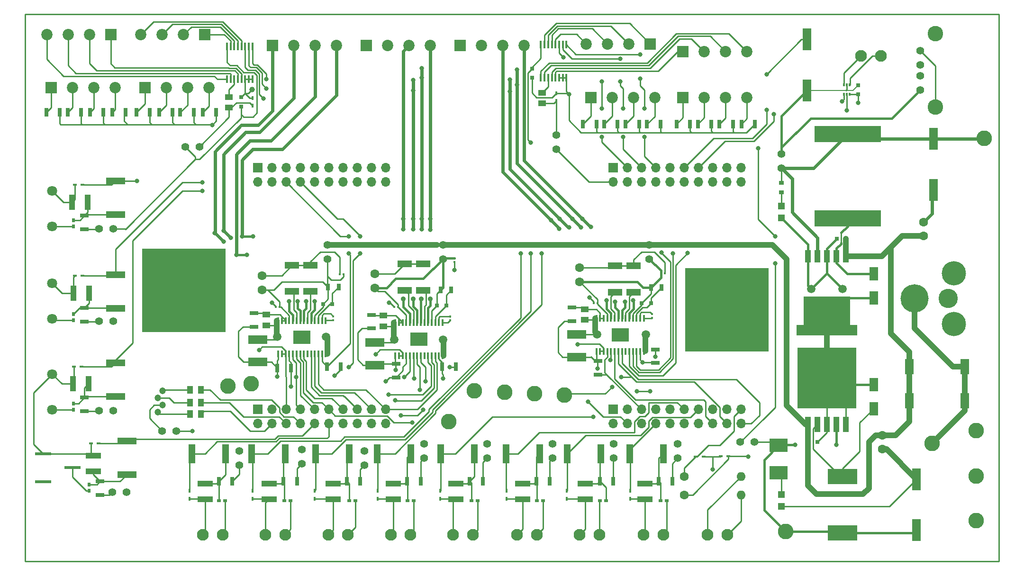
<source format=gbr>
%TF.GenerationSoftware,KiCad,Pcbnew,(6.0.8)*%
%TF.CreationDate,2022-10-30T19:23:54-04:00*%
%TF.ProjectId,Top_Level,546f705f-4c65-4766-956c-2e6b69636164,rev?*%
%TF.SameCoordinates,PX33ef500PY821a7e8*%
%TF.FileFunction,Copper,L1,Top*%
%TF.FilePolarity,Positive*%
%FSLAX46Y46*%
G04 Gerber Fmt 4.6, Leading zero omitted, Abs format (unit mm)*
G04 Created by KiCad (PCBNEW (6.0.8)) date 2022-10-30 19:23:54*
%MOMM*%
%LPD*%
G01*
G04 APERTURE LIST*
%TA.AperFunction,Profile*%
%ADD10C,0.279400*%
%TD*%
%TA.AperFunction,ComponentPad*%
%ADD11C,5.040000*%
%TD*%
%TA.AperFunction,ComponentPad*%
%ADD12C,3.441200*%
%TD*%
%TA.AperFunction,ComponentPad*%
%ADD13C,4.335000*%
%TD*%
%TA.AperFunction,SMDPad,CuDef*%
%ADD14R,0.800000X1.600000*%
%TD*%
%TA.AperFunction,SMDPad,CuDef*%
%ADD15R,1.600000X2.450000*%
%TD*%
%TA.AperFunction,SMDPad,CuDef*%
%ADD16R,1.498600X3.911600*%
%TD*%
%TA.AperFunction,ComponentPad*%
%ADD17C,1.400000*%
%TD*%
%TA.AperFunction,ComponentPad*%
%ADD18C,2.800000*%
%TD*%
%TA.AperFunction,SMDPad,CuDef*%
%ADD19R,2.720000X1.020000*%
%TD*%
%TA.AperFunction,SMDPad,CuDef*%
%ADD20R,1.600000X0.800000*%
%TD*%
%TA.AperFunction,ComponentPad*%
%ADD21C,2.100000*%
%TD*%
%TA.AperFunction,SMDPad,CuDef*%
%ADD22R,2.641600X1.193800*%
%TD*%
%TA.AperFunction,SMDPad,CuDef*%
%ADD23R,0.450000X1.475000*%
%TD*%
%TA.AperFunction,SMDPad,CuDef*%
%ADD24R,0.700000X1.300000*%
%TD*%
%TA.AperFunction,SMDPad,CuDef*%
%ADD25R,0.711200X0.330200*%
%TD*%
%TA.AperFunction,SMDPad,CuDef*%
%ADD26R,1.570000X2.820000*%
%TD*%
%TA.AperFunction,SMDPad,CuDef*%
%ADD27R,0.330200X0.711200*%
%TD*%
%TA.AperFunction,SMDPad,CuDef*%
%ADD28R,1.400000X1.000000*%
%TD*%
%TA.AperFunction,SMDPad,CuDef*%
%ADD29R,0.420000X0.460000*%
%TD*%
%TA.AperFunction,SMDPad,CuDef*%
%ADD30R,0.300000X0.475000*%
%TD*%
%TA.AperFunction,SMDPad,CuDef*%
%ADD31R,0.655600X0.800000*%
%TD*%
%TA.AperFunction,ComponentPad*%
%ADD32C,1.600000*%
%TD*%
%TA.AperFunction,SMDPad,CuDef*%
%ADD33R,3.350000X1.250000*%
%TD*%
%TA.AperFunction,SMDPad,CuDef*%
%ADD34R,1.000000X1.400000*%
%TD*%
%TA.AperFunction,ComponentPad*%
%ADD35R,2.025000X2.025000*%
%TD*%
%TA.AperFunction,ComponentPad*%
%ADD36C,2.025000*%
%TD*%
%TA.AperFunction,SMDPad,CuDef*%
%ADD37R,15.000000X15.000000*%
%TD*%
%TA.AperFunction,ComponentPad*%
%ADD38R,1.700000X1.700000*%
%TD*%
%TA.AperFunction,ComponentPad*%
%ADD39O,1.700000X1.700000*%
%TD*%
%TA.AperFunction,SMDPad,CuDef*%
%ADD40R,0.800000X0.655600*%
%TD*%
%TA.AperFunction,SMDPad,CuDef*%
%ADD41R,1.250000X3.350000*%
%TD*%
%TA.AperFunction,SMDPad,CuDef*%
%ADD42R,3.500000X1.600000*%
%TD*%
%TA.AperFunction,SMDPad,CuDef*%
%ADD43R,0.750000X0.600000*%
%TD*%
%TA.AperFunction,SMDPad,CuDef*%
%ADD44R,1.200000X1.200000*%
%TD*%
%TA.AperFunction,ComponentPad*%
%ADD45C,1.200000*%
%TD*%
%TA.AperFunction,SMDPad,CuDef*%
%ADD46R,1.400000X1.050000*%
%TD*%
%TA.AperFunction,ComponentPad*%
%ADD47O,1.600000X1.600000*%
%TD*%
%TA.AperFunction,SMDPad,CuDef*%
%ADD48R,0.460000X0.420000*%
%TD*%
%TA.AperFunction,ComponentPad*%
%ADD49C,1.800000*%
%TD*%
%TA.AperFunction,SMDPad,CuDef*%
%ADD50R,1.016000X2.692400*%
%TD*%
%TA.AperFunction,SMDPad,CuDef*%
%ADD51R,10.464800X10.871200*%
%TD*%
%TA.AperFunction,SMDPad,CuDef*%
%ADD52R,0.600000X0.750000*%
%TD*%
%TA.AperFunction,SMDPad,CuDef*%
%ADD53R,0.304800X1.270000*%
%TD*%
%TA.AperFunction,SMDPad,CuDef*%
%ADD54R,3.039999X2.340000*%
%TD*%
%TA.AperFunction,SMDPad,CuDef*%
%ADD55R,1.020000X2.720000*%
%TD*%
%TA.AperFunction,SMDPad,CuDef*%
%ADD56R,11.912600X2.971800*%
%TD*%
%TA.AperFunction,ComponentPad*%
%ADD57C,1.422400*%
%TD*%
%TA.AperFunction,ComponentPad*%
%ADD58C,2.768600*%
%TD*%
%TA.AperFunction,SMDPad,CuDef*%
%ADD59R,2.971800X0.558800*%
%TD*%
%TA.AperFunction,SMDPad,CuDef*%
%ADD60R,3.300000X2.450000*%
%TD*%
%TA.AperFunction,SMDPad,CuDef*%
%ADD61R,0.950000X0.750000*%
%TD*%
%TA.AperFunction,SMDPad,CuDef*%
%ADD62R,1.070000X2.160000*%
%TD*%
%TA.AperFunction,SMDPad,CuDef*%
%ADD63R,10.800000X1.910000*%
%TD*%
%TA.AperFunction,SMDPad,CuDef*%
%ADD64R,8.330000X5.080000*%
%TD*%
%TA.AperFunction,SMDPad,CuDef*%
%ADD65R,5.308600X2.794000*%
%TD*%
%TA.AperFunction,ViaPad*%
%ADD66C,1.500000*%
%TD*%
%TA.AperFunction,ViaPad*%
%ADD67C,0.800000*%
%TD*%
%TA.AperFunction,ViaPad*%
%ADD68C,1.000000*%
%TD*%
%TA.AperFunction,ViaPad*%
%ADD69C,0.889000*%
%TD*%
%TA.AperFunction,Conductor*%
%ADD70C,0.250000*%
%TD*%
%TA.AperFunction,Conductor*%
%ADD71C,0.400000*%
%TD*%
%TA.AperFunction,Conductor*%
%ADD72C,1.000000*%
%TD*%
%TA.AperFunction,Conductor*%
%ADD73C,0.600000*%
%TD*%
%TA.AperFunction,Conductor*%
%ADD74C,0.200000*%
%TD*%
G04 APERTURE END LIST*
D10*
X0Y25400D02*
X173990000Y25400D01*
X173990000Y25400D02*
X173990000Y97815400D01*
X173990000Y97815400D02*
X0Y97815400D01*
X0Y97815400D02*
X0Y25400D01*
D11*
%TO.P,J10,1,1*%
%TO.N,Net-(F1-Pad1)*%
X158922000Y47015400D03*
D12*
%TO.P,J10,2,2*%
%TO.N,GND*%
X164922000Y47015400D03*
D13*
%TO.P,J10,3,3*%
%TO.N,unconnected-(J10-Pad3)*%
X165922000Y51515400D03*
%TO.P,J10,4,4*%
%TO.N,unconnected-(J10-Pad4)*%
X165922000Y42515400D03*
%TD*%
D14*
%TO.P,R61,1*%
%TO.N,Net-(J16-Pad4)*%
X15571904Y80300856D03*
%TO.P,R61,2*%
%TO.N,GND*%
X17971904Y80300856D03*
%TD*%
D15*
%TO.P,D3,1*%
%TO.N,Net-(D3-Pad1)*%
X151638000Y27339400D03*
%TO.P,D3,2*%
%TO.N,GND*%
X151638000Y31639400D03*
%TD*%
D16*
%TO.P,C36,1*%
%TO.N,+5V*%
X139700000Y84258150D03*
%TO.P,C36,2*%
%TO.N,GND*%
X139700000Y93351350D03*
%TD*%
D17*
%TO.P,JP13,1,A*%
%TO.N,+3.3V*%
X105156000Y21067400D03*
%TO.P,JP13,2,B*%
%TO.N,Net-(JP13-Pad2)*%
X105156000Y18527400D03*
%TD*%
D18*
%TO.P,TP14,1,1*%
%TO.N,Net-(C30-Pad1)*%
X171323000Y75697400D03*
%TD*%
D19*
%TO.P,C32,1*%
%TO.N,GND*%
X100076000Y11175400D03*
%TO.P,C32,2*%
%TO.N,Net-(C32-Pad2)*%
X100076000Y13975400D03*
%TD*%
D20*
%TO.P,R11,1*%
%TO.N,Net-(IC2-Pad12)*%
X97664200Y45397600D03*
%TO.P,R11,2*%
%TO.N,Net-(C8-Pad2)*%
X97664200Y42997600D03*
%TD*%
D14*
%TO.P,R48,1*%
%TO.N,Net-(C32-Pad2)*%
X102659000Y14408400D03*
%TO.P,R48,2*%
%TO.N,Net-(JP13-Pad2)*%
X105059000Y14408400D03*
%TD*%
D21*
%TO.P,J8,1,1*%
%TO.N,GND*%
X76482000Y4831400D03*
%TO.P,J8,2,2*%
%TO.N,Net-(J8-Pad2)*%
X79982000Y4831400D03*
%TD*%
D22*
%TO.P,R2,1*%
%TO.N,GND*%
X50990500Y52959000D03*
%TO.P,R2,2*%
%TO.N,Net-(IC1-Pad6)*%
X50990500Y48285400D03*
%TD*%
D23*
%TO.P,IC5,1,A4_CHANNEL_IN/OUT*%
%TO.N,Net-(IC5-Pad1)*%
X36067779Y86214991D03*
%TO.P,IC5,2,A6_CHANNEL_IN/OUT*%
%TO.N,Net-(IC5-Pad2)*%
X36717779Y86214991D03*
%TO.P,IC5,3,COM_OUT/IN_A*%
%TO.N,Net-(IC5-Pad3)*%
X37367779Y86214991D03*
%TO.P,IC5,4,A7_CHANNEL_IN/OUT*%
%TO.N,Net-(IC5-Pad4)*%
X38017779Y86214991D03*
%TO.P,IC5,5,A5_CHANNEL_IN/OUT*%
%TO.N,Net-(IC5-Pad5)*%
X38667779Y86214991D03*
%TO.P,IC5,6,~{E}*%
%TO.N,GND*%
X39317779Y86214991D03*
%TO.P,IC5,7,VEE*%
X39967779Y86214991D03*
%TO.P,IC5,8,GND*%
X40617779Y86214991D03*
%TO.P,IC5,9,S2_ADDRESS_SELECT*%
%TO.N,DEMUX_S2*%
X40617779Y92090991D03*
%TO.P,IC5,10,S1_ADDRESS_SELECT*%
%TO.N,DEMUX_S1*%
X39967779Y92090991D03*
%TO.P,IC5,11,S0_ADDRESS_SELECT*%
%TO.N,DEMUX_S0*%
X39317779Y92090991D03*
%TO.P,IC5,12,A3_CHANNEL_IN/OUT*%
%TO.N,Net-(IC5-Pad12)*%
X38667779Y92090991D03*
%TO.P,IC5,13,A0_CHANNEL_IN/OUT*%
%TO.N,Net-(IC5-Pad13)*%
X38017779Y92090991D03*
%TO.P,IC5,14,A1_CHANNEL_IN/OUT*%
%TO.N,Net-(IC5-Pad14)*%
X37367779Y92090991D03*
%TO.P,IC5,15,A2_CHANNEL_IN/OUT*%
%TO.N,Net-(IC5-Pad15)*%
X36717779Y92090991D03*
%TO.P,IC5,16,VCC*%
%TO.N,+3.3V*%
X36067779Y92090991D03*
%TD*%
D14*
%TO.P,R75,1*%
%TO.N,Net-(C38-Pad2)*%
X46172000Y14408400D03*
%TO.P,R75,2*%
%TO.N,Net-(JP18-Pad2)*%
X48572000Y14408400D03*
%TD*%
D24*
%TO.P,R35,1*%
%TO.N,Net-(C19-Pad1)*%
X74234682Y48564300D03*
%TO.P,R35,2*%
%TO.N,Net-(C23-Pad1)*%
X76134682Y48564300D03*
%TD*%
D21*
%TO.P,J9,1,1*%
%TO.N,GND*%
X110518000Y4831400D03*
%TO.P,J9,2,2*%
%TO.N,Net-(J9-Pad2)*%
X114018000Y4831400D03*
%TD*%
D25*
%TO.P,U8,1,1*%
%TO.N,GND*%
X11747500Y21107400D03*
%TO.P,U8,2,2*%
%TO.N,COLOR_OUT*%
X13144500Y21107400D03*
%TD*%
D26*
%TO.P,F1,1,1*%
%TO.N,Net-(F1-Pad1)*%
X167901000Y34818700D03*
%TO.P,F1,2,2*%
%TO.N,+24V*%
X157981000Y34818700D03*
%TO.P,F1,3,3*%
X157981000Y28758700D03*
%TO.P,F1,4,4*%
%TO.N,Net-(F1-Pad1)*%
X167901000Y28758700D03*
%TD*%
D18*
%TO.P,TP4,1,1*%
%TO.N,Z_ENABLE*%
X96342200Y29748800D03*
%TD*%
D21*
%TO.P,J2,1,1*%
%TO.N,/Electromagnet1/OUT1*%
X149380000Y90411400D03*
%TO.P,J2,2,2*%
%TO.N,/Electromagnet1/OUT2*%
X152880000Y90411400D03*
%TD*%
D27*
%TO.P,U15,1,1*%
%TO.N,GND*%
X29337000Y11244900D03*
%TO.P,U15,2,2*%
%TO.N,NEXT_TURN_OUT*%
X29337000Y12641900D03*
%TD*%
D25*
%TO.P,U2,1,1*%
%TO.N,GND*%
X121221500Y18801400D03*
%TO.P,U2,2,2*%
%TO.N,U3TX*%
X119824500Y18801400D03*
%TD*%
D28*
%TO.P,R54,1*%
%TO.N,Net-(JP16-Pad2)*%
X92390463Y81908712D03*
%TO.P,R54,2*%
%TO.N,Net-(IC6-Pad3)*%
X92390463Y83808712D03*
%TD*%
D16*
%TO.P,C30,1*%
%TO.N,Net-(C30-Pad1)*%
X162306000Y75558650D03*
%TO.P,C30,2*%
%TO.N,GND*%
X162306000Y66465450D03*
%TD*%
D29*
%TO.P,C21,1*%
%TO.N,Net-(C19-Pad1)*%
X76708000Y54203400D03*
%TO.P,C21,2*%
%TO.N,GND*%
X76708000Y53543400D03*
%TD*%
D27*
%TO.P,U14,1,1*%
%TO.N,GND*%
X40643967Y82891067D03*
%TO.P,U14,2,2*%
%TO.N,Net-(JP15-Pad2)*%
X40643967Y81494067D03*
%TD*%
D29*
%TO.P,C12,1*%
%TO.N,Net-(C12-Pad1)*%
X111990722Y44253212D03*
%TO.P,C12,2*%
%TO.N,Net-(C12-Pad2)*%
X111990722Y43593212D03*
%TD*%
D17*
%TO.P,JP19,1,A*%
%TO.N,+3.3V*%
X71247000Y21067400D03*
%TO.P,JP19,2,B*%
%TO.N,Net-(JP19-Pad2)*%
X71247000Y18527400D03*
%TD*%
D30*
%TO.P,IC7,1,IN1*%
%TO.N,MAG_IN2*%
X146312000Y83515400D03*
%TO.P,IC7,2,IN2*%
%TO.N,MAG_IN1*%
X146812000Y83515400D03*
%TO.P,IC7,3,GND*%
%TO.N,GND*%
X147312000Y83515400D03*
%TO.P,IC7,4,OUT2*%
%TO.N,/Electromagnet1/OUT2*%
X147312000Y85191400D03*
%TO.P,IC7,5,VM*%
%TO.N,+5V*%
X146812000Y85191400D03*
%TO.P,IC7,6,OUT1*%
%TO.N,/Electromagnet1/OUT1*%
X146312000Y85191400D03*
%TD*%
D24*
%TO.P,R8,1*%
%TO.N,Net-(C10-Pad2)*%
X111802722Y49003212D03*
%TO.P,R8,2*%
%TO.N,Net-(C11-Pad1)*%
X113702722Y49003212D03*
%TD*%
D31*
%TO.P,C25,1*%
%TO.N,+24V*%
X139888200Y21361400D03*
%TO.P,C25,2*%
%TO.N,GND*%
X141543800Y21361400D03*
%TD*%
D18*
%TO.P,TP12,1,1*%
%TO.N,GND*%
X169926000Y15265400D03*
%TD*%
D32*
%TO.P,C28,1*%
%TO.N,+24V*%
X153162000Y22611400D03*
%TO.P,C28,2*%
%TO.N,GND*%
X153162000Y20111400D03*
%TD*%
D33*
%TO.P,R22,1*%
%TO.N,Net-(C14-Pad2)*%
X16129000Y45265400D03*
%TO.P,R22,2*%
%TO.N,RESET_OUT*%
X16129000Y51265400D03*
%TD*%
D17*
%TO.P,JP16,1,A*%
%TO.N,MUX_OUT*%
X94869000Y73685400D03*
%TO.P,JP16,2,B*%
%TO.N,Net-(JP16-Pad2)*%
X94869000Y76225400D03*
%TD*%
D27*
%TO.P,U12,1,1*%
%TO.N,GND*%
X96774000Y11244900D03*
%TO.P,U12,2,2*%
%TO.N,LS_X_OUT*%
X96774000Y12641900D03*
%TD*%
D14*
%TO.P,R62,1*%
%TO.N,Net-(J17-Pad4)*%
X127996677Y78237400D03*
%TO.P,R62,2*%
%TO.N,GND*%
X130396677Y78237400D03*
%TD*%
D34*
%TO.P,R51,1*%
%TO.N,LED_G*%
X31369000Y26421400D03*
%TO.P,R51,2*%
%TO.N,Net-(LED1-Pad4)*%
X29469000Y26421400D03*
%TD*%
D35*
%TO.P,J16,1,1*%
%TO.N,Net-(J16-Pad1)*%
X4640753Y84716514D03*
D36*
%TO.P,J16,2,2*%
%TO.N,Net-(J16-Pad2)*%
X8450753Y84716514D03*
%TO.P,J16,3,3*%
%TO.N,Net-(J16-Pad3)*%
X12260753Y84716514D03*
%TO.P,J16,4,4*%
%TO.N,Net-(J16-Pad4)*%
X16070753Y84716514D03*
%TD*%
D22*
%TO.P,R36,1*%
%TO.N,GND*%
X71120682Y53187100D03*
%TO.P,R36,2*%
%TO.N,Net-(IC3-Pad6)*%
X71120682Y48513500D03*
%TD*%
D35*
%TO.P,J15,1,1*%
%TO.N,Net-(IC6-Pad15)*%
X111694463Y92536400D03*
D36*
%TO.P,J15,2,2*%
%TO.N,Net-(IC6-Pad14)*%
X107884463Y92536400D03*
%TO.P,J15,3,3*%
%TO.N,Net-(IC6-Pad13)*%
X104074463Y92536400D03*
%TO.P,J15,4,4*%
%TO.N,Net-(IC6-Pad12)*%
X100264463Y92536400D03*
%TD*%
D37*
%TO.P,HS1,1*%
%TO.N,GND*%
X125349000Y44983400D03*
%TD*%
D25*
%TO.P,U5,1,1*%
%TO.N,GND*%
X8864600Y67328100D03*
%TO.P,U5,2,2*%
%TO.N,HOME_OUT*%
X10261600Y67328100D03*
%TD*%
D17*
%TO.P,JP11,1,A*%
%TO.N,+5V*%
X135128000Y72903400D03*
%TO.P,JP11,2,B*%
%TO.N,Net-(C30-Pad1)*%
X135128000Y70363400D03*
%TD*%
D22*
%TO.P,R10,1*%
%TO.N,GND*%
X105386722Y52864012D03*
%TO.P,R10,2*%
%TO.N,Net-(IC2-Pad9)*%
X105386722Y48190412D03*
%TD*%
D38*
%TO.P,J5-J7,1,Pin_1*%
%TO.N,/MSP432E401Y/+5_2V*%
X105029000Y27203400D03*
D39*
%TO.P,J5-J7,2,Pin_2*%
%TO.N,+3.3V*%
X105029000Y24663400D03*
%TO.P,J5-J7,3,Pin_3*%
%TO.N,GND*%
X107569000Y27203400D03*
%TO.P,J5-J7,4,Pin_4*%
%TO.N,X_HOME*%
X107569000Y24663400D03*
%TO.P,J5-J7,5,Pin_5*%
%TO.N,Z_FAULT*%
X110109000Y27203400D03*
%TO.P,J5-J7,6,Pin_6*%
%TO.N,/MSP432E401Y/PP_0*%
X110109000Y24663400D03*
%TO.P,J5-J7,7,Pin_7*%
%TO.N,Z_HOME*%
X112649000Y27203400D03*
%TO.P,J5-J7,8,Pin_8*%
%TO.N,CAPTURE_OUT*%
X112649000Y24663400D03*
%TO.P,J5-J7,9,Pin_9*%
%TO.N,LS_Z_OUT*%
X115189000Y27203400D03*
%TO.P,J5-J7,10,Pin_10*%
%TO.N,/MSP432E401Y/PD_4*%
X115189000Y24663400D03*
%TO.P,J5-J7,11,Pin_11*%
%TO.N,LS_Y_OUT*%
X117729000Y27203400D03*
%TO.P,J5-J7,12,Pin_12*%
%TO.N,/MSP432E401Y/PD_5*%
X117729000Y24663400D03*
%TO.P,J5-J7,13,Pin_13*%
%TO.N,LS_X_OUT*%
X120269000Y27203400D03*
%TO.P,J5-J7,14,Pin_14*%
%TO.N,/MSP432E401Y/PQ_0*%
X120269000Y24663400D03*
%TO.P,J5-J7,15,Pin_15*%
%TO.N,/MSP432E401Y/PK_3*%
X122809000Y27203400D03*
%TO.P,J5-J7,16,Pin_16*%
%TO.N,Z_DIR*%
X122809000Y24663400D03*
%TO.P,J5-J7,17,Pin_17*%
%TO.N,U3RX*%
X125349000Y27203400D03*
%TO.P,J5-J7,18,Pin_18*%
%TO.N,Z_ENABLE*%
X125349000Y24663400D03*
%TO.P,J5-J7,19,Pin_19*%
%TO.N,U3TX*%
X127889000Y27203400D03*
%TO.P,J5-J7,20,Pin_20*%
%TO.N,Z_STEP*%
X127889000Y24663400D03*
%TD*%
D33*
%TO.P,R31,1*%
%TO.N,Net-(C17-Pad2)*%
X18161000Y15567400D03*
%TO.P,R31,2*%
%TO.N,COLOR_OUT*%
X18161000Y21567400D03*
%TD*%
D35*
%TO.P,J12,1,1*%
%TO.N,Net-(IC5-Pad5)*%
X15290753Y94171050D03*
D36*
%TO.P,J12,2,2*%
%TO.N,Net-(IC5-Pad4)*%
X11480753Y94171050D03*
%TO.P,J12,3,3*%
%TO.N,Net-(IC5-Pad2)*%
X7670753Y94171050D03*
%TO.P,J12,4,4*%
%TO.N,Net-(IC5-Pad1)*%
X3860753Y94171050D03*
%TD*%
D19*
%TO.P,C16,1*%
%TO.N,GND*%
X76962000Y11175400D03*
%TO.P,C16,2*%
%TO.N,Net-(C16-Pad2)*%
X76962000Y13975400D03*
%TD*%
D35*
%TO.P,J17,1,1*%
%TO.N,Net-(J17-Pad1)*%
X117545463Y82946400D03*
D36*
%TO.P,J17,2,2*%
%TO.N,Net-(J17-Pad2)*%
X121355463Y82946400D03*
%TO.P,J17,3,3*%
%TO.N,Net-(J17-Pad3)*%
X125165463Y82946400D03*
%TO.P,J17,4,4*%
%TO.N,Net-(J17-Pad4)*%
X128975463Y82946400D03*
%TD*%
D27*
%TO.P,U3,1,1*%
%TO.N,GND*%
X85991700Y11244900D03*
%TO.P,U3,2,2*%
%TO.N,LS_Y_OUT*%
X85991700Y12641900D03*
%TD*%
D21*
%TO.P,J23,1,1*%
%TO.N,GND*%
X54178000Y4831400D03*
%TO.P,J23,2,2*%
%TO.N,Net-(J23-Pad2)*%
X57678000Y4831400D03*
%TD*%
D33*
%TO.P,R46,1*%
%TO.N,Net-(C31-Pad2)*%
X16129000Y29537400D03*
%TO.P,R46,2*%
%TO.N,START_OUT*%
X16129000Y35537400D03*
%TD*%
D14*
%TO.P,R68,1*%
%TO.N,Net-(J19-Pad3)*%
X107292463Y78237400D03*
%TO.P,R68,2*%
%TO.N,GND*%
X109692463Y78237400D03*
%TD*%
%TO.P,R63,1*%
%TO.N,Net-(J18-Pad1)*%
X19878516Y80300856D03*
%TO.P,R63,2*%
%TO.N,GND*%
X22278516Y80300856D03*
%TD*%
D19*
%TO.P,C13,1*%
%TO.N,GND*%
X88900000Y11175400D03*
%TO.P,C13,2*%
%TO.N,Net-(C13-Pad2)*%
X88900000Y13975400D03*
%TD*%
D40*
%TO.P,C35,1*%
%TO.N,+5V*%
X148844000Y85181200D03*
%TO.P,C35,2*%
%TO.N,GND*%
X148844000Y83525600D03*
%TD*%
D32*
%TO.P,C27,1*%
%TO.N,+24V*%
X160528000Y58211400D03*
%TO.P,C27,2*%
%TO.N,GND*%
X160528000Y60711400D03*
%TD*%
D14*
%TO.P,R72,1*%
%TO.N,Net-(C37-Pad2)*%
X34587000Y14408400D03*
%TO.P,R72,2*%
%TO.N,Net-(JP17-Pad2)*%
X36987000Y14408400D03*
%TD*%
D41*
%TO.P,R82,1*%
%TO.N,Net-(C40-Pad2)*%
X57892000Y19309400D03*
%TO.P,R82,2*%
%TO.N,FP_1_OUT*%
X51892000Y19309400D03*
%TD*%
D38*
%TO.P,J4-J2,1,Pin_1*%
%TO.N,GND*%
X41529000Y70383400D03*
D39*
%TO.P,J4-J2,2,Pin_2*%
%TO.N,RESET_OUT*%
X41529000Y67843400D03*
%TO.P,J4-J2,3,Pin_3*%
%TO.N,HOME_OUT*%
X44069000Y70383400D03*
%TO.P,J4-J2,4,Pin_4*%
%TO.N,START_OUT*%
X44069000Y67843400D03*
%TO.P,J4-J2,5,Pin_5*%
%TO.N,/MSP432E401Y/PH_2*%
X46609000Y70383400D03*
%TO.P,J4-J2,6,Pin_6*%
%TO.N,Y_HOME*%
X46609000Y67843400D03*
%TO.P,J4-J2,7,Pin_7*%
%TO.N,/MSP432E401Y/PH_3*%
X49149000Y70383400D03*
%TO.P,J4-J2,8,Pin_8*%
%TO.N,Y_FAULT*%
X49149000Y67843400D03*
%TO.P,J4-J2,9,Pin_9*%
%TO.N,/MSP432E401Y/RST_2*%
X51689000Y70383400D03*
%TO.P,J4-J2,10,Pin_10*%
%TO.N,/MSP432E401Y/PL_4*%
X51689000Y67843400D03*
%TO.P,J4-J2,11,Pin_11*%
%TO.N,DEMUX_S0*%
X54229000Y70383400D03*
%TO.P,J4-J2,12,Pin_12*%
%TO.N,/MSP432E401Y/PL_5*%
X54229000Y67843400D03*
%TO.P,J4-J2,13,Pin_13*%
%TO.N,DEMUX_S1*%
X56769000Y70383400D03*
%TO.P,J4-J2,14,Pin_14*%
%TO.N,/MSP432E401Y/PL_0*%
X56769000Y67843400D03*
%TO.P,J4-J2,15,Pin_15*%
%TO.N,DEMUX_S2*%
X59309000Y70383400D03*
%TO.P,J4-J2,16,Pin_16*%
%TO.N,/MSP432E401Y/PL_1*%
X59309000Y67843400D03*
%TO.P,J4-J2,17,Pin_17*%
%TO.N,/MSP432E401Y/PN_3*%
X61849000Y70383400D03*
%TO.P,J4-J2,18,Pin_18*%
%TO.N,/MSP432E401Y/PL_2*%
X61849000Y67843400D03*
%TO.P,J4-J2,19,Pin_19*%
%TO.N,/MSP432E401Y/PP_2*%
X64389000Y70383400D03*
%TO.P,J4-J2,20,Pin_20*%
%TO.N,/MSP432E401Y/PL_3*%
X64389000Y67843400D03*
%TD*%
D25*
%TO.P,U4,1,1*%
%TO.N,GND*%
X8864600Y51072100D03*
%TO.P,U4,2,2*%
%TO.N,RESET_OUT*%
X10261600Y51072100D03*
%TD*%
D42*
%TO.P,C2,1*%
%TO.N,GND*%
X41592500Y39668200D03*
%TO.P,C2,2*%
%TO.N,Net-(C2-Pad2)*%
X41592500Y35668200D03*
%TD*%
D17*
%TO.P,JP3,1,A*%
%TO.N,+3.3V*%
X94234000Y21067400D03*
%TO.P,JP3,2,B*%
%TO.N,Net-(JP3-Pad2)*%
X94234000Y18527400D03*
%TD*%
D25*
%TO.P,U11,1,1*%
%TO.N,GND*%
X8699500Y34823400D03*
%TO.P,U11,2,2*%
%TO.N,START_OUT*%
X10096500Y34823400D03*
%TD*%
D40*
%TO.P,C34,1*%
%TO.N,GND*%
X38574010Y82990042D03*
%TO.P,C34,2*%
%TO.N,+3.3V*%
X38574010Y81334442D03*
%TD*%
D38*
%TO.P,J1-J3,1,Pin_1*%
%TO.N,/MSP432E401Y/+5_1V*%
X41529000Y27203400D03*
D39*
%TO.P,J1-J3,2,Pin_2*%
%TO.N,+3.3V*%
X41529000Y24663400D03*
%TO.P,J1-J3,3,Pin_3*%
%TO.N,GND*%
X44069000Y27203400D03*
%TO.P,J1-J3,4,Pin_4*%
%TO.N,LED_G*%
X44069000Y24663400D03*
%TO.P,J1-J3,5,Pin_5*%
%TO.N,XYZ_RESET*%
X46609000Y27203400D03*
%TO.P,J1-J3,6,Pin_6*%
%TO.N,LED_R*%
X46609000Y24663400D03*
%TO.P,J1-J3,7,Pin_7*%
%TO.N,XYZ_DECAY*%
X49149000Y27203400D03*
%TO.P,J1-J3,8,Pin_8*%
%TO.N,LED_B*%
X49149000Y24663400D03*
%TO.P,J1-J3,9,Pin_9*%
%TO.N,Y_DIR*%
X51689000Y27203400D03*
%TO.P,J1-J3,10,Pin_10*%
%TO.N,COLOR_OUT*%
X51689000Y24663400D03*
%TO.P,J1-J3,11,Pin_11*%
%TO.N,Y_ENABLE*%
X54229000Y27203400D03*
%TO.P,J1-J3,12,Pin_12*%
%TO.N,NEXT_TURN_OUT*%
X54229000Y24663400D03*
%TO.P,J1-J3,13,Pin_13*%
%TO.N,Y_STEP*%
X56769000Y27203400D03*
%TO.P,J1-J3,14,Pin_14*%
%TO.N,X_FAULT*%
X56769000Y24663400D03*
%TO.P,J1-J3,15,Pin_15*%
%TO.N,XY_MS0*%
X59309000Y27203400D03*
%TO.P,J1-J3,16,Pin_16*%
%TO.N,X_STEP*%
X59309000Y24663400D03*
%TO.P,J1-J3,17,Pin_17*%
%TO.N,XY_MS1*%
X61849000Y27203400D03*
%TO.P,J1-J3,18,Pin_18*%
%TO.N,X_ENABLE*%
X61849000Y24663400D03*
%TO.P,J1-J3,19,Pin_19*%
%TO.N,XY_MS2*%
X64389000Y27203400D03*
%TO.P,J1-J3,20,Pin_20*%
%TO.N,X_DIR*%
X64389000Y24663400D03*
%TD*%
D43*
%TO.P,R32,1*%
%TO.N,Net-(J9-Pad2)*%
X114624000Y10927400D03*
%TO.P,R32,2*%
%TO.N,Net-(C18-Pad2)*%
X113524000Y10927400D03*
%TD*%
D17*
%TO.P,JP5,1,A*%
%TO.N,+3.3V*%
X15728000Y59461400D03*
%TO.P,JP5,2,B*%
%TO.N,Net-(JP5-Pad2)*%
X13188000Y59461400D03*
%TD*%
D20*
%TO.P,R21,1*%
%TO.N,Net-(C14-Pad2)*%
X10593000Y45321400D03*
%TO.P,R21,2*%
%TO.N,Net-(JP4-Pad2)*%
X10593000Y42921400D03*
%TD*%
D18*
%TO.P,TP3,1,1*%
%TO.N,Y_DIR*%
X40386000Y31806200D03*
%TD*%
D20*
%TO.P,R14,1*%
%TO.N,Net-(C8-Pad2)*%
X112574000Y37935400D03*
%TO.P,R14,2*%
%TO.N,Z_HOME*%
X112574000Y35535400D03*
%TD*%
D15*
%TO.P,D4,1*%
%TO.N,Net-(D4-Pad1)*%
X151638000Y51451400D03*
%TO.P,D4,2*%
%TO.N,GND*%
X151638000Y47151400D03*
%TD*%
D18*
%TO.P,TP8,1,1*%
%TO.N,X_STEP*%
X85648800Y30282200D03*
%TD*%
D35*
%TO.P,J3,1,1*%
%TO.N,/StepperDriver1/2B*%
X60978000Y92289400D03*
D36*
%TO.P,J3,2,2*%
%TO.N,/StepperDriver1/2A*%
X64788000Y92289400D03*
%TO.P,J3,3,3*%
%TO.N,/StepperDriver1/1B*%
X68598000Y92289400D03*
%TO.P,J3,4,4*%
%TO.N,/StepperDriver1/1A*%
X72408000Y92289400D03*
%TD*%
D44*
%TO.P,D2,1*%
%TO.N,Net-(D2-Pad1)*%
X135128000Y63559400D03*
%TO.P,D2,2*%
%TO.N,GND*%
X135128000Y61459400D03*
%TD*%
D18*
%TO.P,TP2,1,1*%
%TO.N,Y_STEP*%
X36245800Y31349000D03*
%TD*%
D42*
%TO.P,C20,1*%
%TO.N,GND*%
X62484682Y39134300D03*
%TO.P,C20,2*%
%TO.N,Net-(C20-Pad2)*%
X62484682Y35134300D03*
%TD*%
D14*
%TO.P,R65,1*%
%TO.N,Net-(J18-Pad2)*%
X23922213Y80300856D03*
%TO.P,R65,2*%
%TO.N,GND*%
X26322213Y80300856D03*
%TD*%
D17*
%TO.P,JP12,1,A*%
%TO.N,+3.3V*%
X15728000Y26949400D03*
%TO.P,JP12,2,B*%
%TO.N,Net-(JP12-Pad2)*%
X13188000Y26949400D03*
%TD*%
%TO.P,JP10,1,A*%
%TO.N,+3.3V*%
X127782000Y21361400D03*
%TO.P,JP10,2,B*%
%TO.N,Net-(C29-Pad1)*%
X130322000Y21361400D03*
%TD*%
D45*
%TO.P,LED1,1,ANODE_BLUE*%
%TO.N,Net-(LED1-Pad1)*%
X24511000Y30526400D03*
%TO.P,LED1,2,ANODE_RED*%
%TO.N,Net-(LED1-Pad2)*%
X23711000Y29256400D03*
%TO.P,LED1,3,COMMON_CATHODE*%
%TO.N,Net-(JP14-Pad2)*%
X24511000Y27986400D03*
%TO.P,LED1,4,ANODE_GREEN*%
%TO.N,Net-(LED1-Pad4)*%
X23711000Y26716400D03*
%TD*%
D43*
%TO.P,R80,1*%
%TO.N,Net-(J23-Pad2)*%
X58998000Y10927400D03*
%TO.P,R80,2*%
%TO.N,Net-(C40-Pad2)*%
X57898000Y10927400D03*
%TD*%
D33*
%TO.P,R25,1*%
%TO.N,Net-(C15-Pad2)*%
X16129000Y62049400D03*
%TO.P,R25,2*%
%TO.N,HOME_OUT*%
X16129000Y68049400D03*
%TD*%
D20*
%TO.P,R4,1*%
%TO.N,Net-(IC1-Pad12)*%
X40920600Y44381600D03*
%TO.P,R4,2*%
%TO.N,Net-(C2-Pad2)*%
X40920600Y41981600D03*
%TD*%
D34*
%TO.P,R50,1*%
%TO.N,LED_B*%
X31369000Y30739400D03*
%TO.P,R50,2*%
%TO.N,Net-(LED1-Pad1)*%
X29469000Y30739400D03*
%TD*%
D27*
%TO.P,U16,1,1*%
%TO.N,GND*%
X40668000Y11244900D03*
%TO.P,U16,2,2*%
%TO.N,FP_2_OUT*%
X40668000Y12641900D03*
%TD*%
D35*
%TO.P,J13,1,1*%
%TO.N,Net-(IC6-Pad5)*%
X117545463Y91136400D03*
D36*
%TO.P,J13,2,2*%
%TO.N,Net-(IC6-Pad4)*%
X121355463Y91136400D03*
%TO.P,J13,3,3*%
%TO.N,Net-(IC6-Pad2)*%
X125165463Y91136400D03*
%TO.P,J13,4,4*%
%TO.N,Net-(IC6-Pad1)*%
X128975463Y91136400D03*
%TD*%
D23*
%TO.P,IC6,1,A4_CHANNEL_IN/OUT*%
%TO.N,Net-(IC6-Pad1)*%
X92147463Y86524712D03*
%TO.P,IC6,2,A6_CHANNEL_IN/OUT*%
%TO.N,Net-(IC6-Pad2)*%
X92797463Y86524712D03*
%TO.P,IC6,3,COM_OUT/IN_A*%
%TO.N,Net-(IC6-Pad3)*%
X93447463Y86524712D03*
%TO.P,IC6,4,A7_CHANNEL_IN/OUT*%
%TO.N,Net-(IC6-Pad4)*%
X94097463Y86524712D03*
%TO.P,IC6,5,A5_CHANNEL_IN/OUT*%
%TO.N,Net-(IC6-Pad5)*%
X94747463Y86524712D03*
%TO.P,IC6,6,~{E}*%
%TO.N,GND*%
X95397463Y86524712D03*
%TO.P,IC6,7,VEE*%
X96047463Y86524712D03*
%TO.P,IC6,8,GND*%
X96697463Y86524712D03*
%TO.P,IC6,9,S2_ADDRESS_SELECT*%
%TO.N,MUX_S2*%
X96697463Y92400712D03*
%TO.P,IC6,10,S1_ADDRESS_SELECT*%
%TO.N,MUX_S1*%
X96047463Y92400712D03*
%TO.P,IC6,11,S0_ADDRESS_SELECT*%
%TO.N,MUX_S0*%
X95397463Y92400712D03*
%TO.P,IC6,12,A3_CHANNEL_IN/OUT*%
%TO.N,Net-(IC6-Pad12)*%
X94747463Y92400712D03*
%TO.P,IC6,13,A0_CHANNEL_IN/OUT*%
%TO.N,Net-(IC6-Pad13)*%
X94097463Y92400712D03*
%TO.P,IC6,14,A1_CHANNEL_IN/OUT*%
%TO.N,Net-(IC6-Pad14)*%
X93447463Y92400712D03*
%TO.P,IC6,15,A2_CHANNEL_IN/OUT*%
%TO.N,Net-(IC6-Pad15)*%
X92797463Y92400712D03*
%TO.P,IC6,16,VCC*%
%TO.N,+3.3V*%
X92147463Y92400712D03*
%TD*%
D46*
%TO.P,R39,1*%
%TO.N,Net-(IC3-Pad12)*%
X63982600Y43977600D03*
%TO.P,R39,2*%
%TO.N,GND*%
X63982600Y42077600D03*
%TD*%
D31*
%TO.P,C5,1*%
%TO.N,Net-(C5-Pad1)*%
X54866300Y46050200D03*
%TO.P,C5,2*%
%TO.N,Net-(C1-Pad1)*%
X53210700Y46050200D03*
%TD*%
D37*
%TO.P,HS2,1*%
%TO.N,GND*%
X28321000Y48519400D03*
%TD*%
D17*
%TO.P,JP17,1,A*%
%TO.N,+3.3V*%
X38227000Y19797400D03*
%TO.P,JP17,2,B*%
%TO.N,Net-(JP17-Pad2)*%
X38227000Y17257400D03*
%TD*%
D18*
%TO.P,TP10,1,1*%
%TO.N,GND*%
X169926000Y23393400D03*
%TD*%
D20*
%TO.P,R13,1*%
%TO.N,Z_FAULT*%
X102310000Y33449400D03*
%TO.P,R13,2*%
%TO.N,Net-(C8-Pad2)*%
X102310000Y35849400D03*
%TD*%
D32*
%TO.P,R16,1*%
%TO.N,U3TX*%
X117729000Y15245400D03*
D47*
%TO.P,R16,2*%
%TO.N,/PiConnector1/Rx_Pi*%
X127889000Y15245400D03*
%TD*%
D48*
%TO.P,C9,1*%
%TO.N,Net-(C10-Pad2)*%
X113589000Y51567400D03*
%TO.P,C9,2*%
%TO.N,GND*%
X114249000Y51567400D03*
%TD*%
%TO.P,C4,1*%
%TO.N,GND*%
X44818500Y45542200D03*
%TO.P,C4,2*%
%TO.N,Net-(C1-Pad1)*%
X45478500Y45542200D03*
%TD*%
D49*
%TO.P,S2,1,COM*%
%TO.N,GND*%
X4826000Y66275400D03*
%TO.P,S2,2,NO*%
%TO.N,Net-(R23-Pad1)*%
X4826000Y59875400D03*
%TD*%
D19*
%TO.P,C39,1*%
%TO.N,GND*%
X65814000Y11175400D03*
%TO.P,C39,2*%
%TO.N,Net-(C39-Pad2)*%
X65814000Y13975400D03*
%TD*%
D20*
%TO.P,R38,1*%
%TO.N,Net-(IC3-Pad12)*%
X61850200Y44076800D03*
%TO.P,R38,2*%
%TO.N,Net-(C20-Pad2)*%
X61850200Y41676800D03*
%TD*%
D19*
%TO.P,C18,1*%
%TO.N,GND*%
X110772000Y11175400D03*
%TO.P,C18,2*%
%TO.N,Net-(C18-Pad2)*%
X110772000Y13975400D03*
%TD*%
D29*
%TO.P,C24,1*%
%TO.N,Net-(C24-Pad1)*%
X75946682Y43814300D03*
%TO.P,C24,2*%
%TO.N,Net-(C24-Pad2)*%
X75946682Y43154300D03*
%TD*%
D50*
%TO.P,U10,1,VIN*%
%TO.N,+24V*%
X139852400Y24511000D03*
%TO.P,U10,2,OUT*%
%TO.N,Net-(D3-Pad1)*%
X141554200Y24511000D03*
%TO.P,U10,3,GND*%
%TO.N,GND*%
X143256000Y24511000D03*
%TO.P,U10,4,FB*%
%TO.N,Net-(C29-Pad1)*%
X144957800Y24511000D03*
%TO.P,U10,5,\u002AON/OFF*%
%TO.N,GND*%
X146659600Y24511000D03*
D51*
%TO.P,U10,6,TAB*%
X143256000Y32791400D03*
%TD*%
D38*
%TO.P,J8-J6,1,Pin_1*%
%TO.N,GND*%
X105029000Y70383400D03*
D39*
%TO.P,J8-J6,2,Pin_2*%
%TO.N,MUX_OUT*%
X105029000Y67843400D03*
%TO.P,J8-J6,3,Pin_3*%
%TO.N,MUX_S0*%
X107569000Y70383400D03*
%TO.P,J8-J6,4,Pin_4*%
%TO.N,/MSP432E401Y/PK_4*%
X107569000Y67843400D03*
%TO.P,J8-J6,5,Pin_5*%
%TO.N,MUX_S1*%
X110109000Y70383400D03*
%TO.P,J8-J6,6,Pin_6*%
%TO.N,/MSP432E401Y/PK_5*%
X110109000Y67843400D03*
%TO.P,J8-J6,7,Pin_7*%
%TO.N,MUX_S2*%
X112649000Y70383400D03*
%TO.P,J8-J6,8,Pin_8*%
%TO.N,FP_2_OUT*%
X112649000Y67843400D03*
%TO.P,J8-J6,9,Pin_9*%
%TO.N,/MSP432E401Y/RST_1*%
X115189000Y70383400D03*
%TO.P,J8-J6,10,Pin_10*%
%TO.N,FP_1_OUT*%
X115189000Y67843400D03*
%TO.P,J8-J6,11,Pin_11*%
%TO.N,MAG_IN2*%
X117729000Y70383400D03*
%TO.P,J8-J6,12,Pin_12*%
%TO.N,FP_3_OUT*%
X117729000Y67843400D03*
%TO.P,J8-J6,13,Pin_13*%
%TO.N,MAG_IN1*%
X120269000Y70383400D03*
%TO.P,J8-J6,14,Pin_14*%
%TO.N,Z_MS2*%
X120269000Y67843400D03*
%TO.P,J8-J6,15,Pin_15*%
%TO.N,/MSP432E401Y/PP_3*%
X122809000Y70383400D03*
%TO.P,J8-J6,16,Pin_16*%
%TO.N,Z_MS1*%
X122809000Y67843400D03*
%TO.P,J8-J6,17,Pin_17*%
%TO.N,/MSP432E401Y/PQ_1*%
X125349000Y70383400D03*
%TO.P,J8-J6,18,Pin_18*%
%TO.N,Z_MS0*%
X125349000Y67843400D03*
%TO.P,J8-J6,19,Pin_19*%
%TO.N,/MSP432E401Y/PM_6*%
X127889000Y70383400D03*
%TO.P,J8-J6,20,Pin_20*%
%TO.N,/MSP432E401Y/PK_7*%
X127889000Y67843400D03*
%TD*%
D42*
%TO.P,C8,1*%
%TO.N,GND*%
X98528722Y40589212D03*
%TO.P,C8,2*%
%TO.N,Net-(C8-Pad2)*%
X98528722Y36589212D03*
%TD*%
D32*
%TO.P,C7,1*%
%TO.N,Net-(C10-Pad2)*%
X99036722Y50039212D03*
%TO.P,C7,2*%
%TO.N,GND*%
X99036722Y52539212D03*
%TD*%
D18*
%TO.P,TP7,1,1*%
%TO.N,X_ENABLE*%
X90982800Y30028200D03*
%TD*%
D43*
%TO.P,R17,1*%
%TO.N,Net-(J7-Pad2)*%
X92498000Y10927400D03*
%TO.P,R17,2*%
%TO.N,Net-(C13-Pad2)*%
X91398000Y10927400D03*
%TD*%
D44*
%TO.P,D1,1*%
%TO.N,Net-(D1-Pad1)*%
X135112060Y12017313D03*
%TO.P,D1,2*%
%TO.N,GND*%
X135112060Y9917313D03*
%TD*%
D14*
%TO.P,R78,1*%
%TO.N,Net-(C39-Pad2)*%
X68270000Y14408400D03*
%TO.P,R78,2*%
%TO.N,Net-(JP19-Pad2)*%
X70670000Y14408400D03*
%TD*%
D16*
%TO.P,C29,1*%
%TO.N,Net-(C29-Pad1)*%
X159258000Y5638800D03*
%TO.P,C29,2*%
%TO.N,GND*%
X159258000Y14732000D03*
%TD*%
D20*
%TO.P,R30,1*%
%TO.N,Net-(C17-Pad2)*%
X13387000Y14333400D03*
%TO.P,R30,2*%
%TO.N,Net-(JP7-Pad2)*%
X13387000Y11933400D03*
%TD*%
D52*
%TO.P,R20,1*%
%TO.N,Net-(R20-Pad1)*%
X8636000Y43163400D03*
%TO.P,R20,2*%
%TO.N,Net-(C14-Pad2)*%
X8636000Y44263400D03*
%TD*%
D41*
%TO.P,R49,1*%
%TO.N,Net-(C32-Pad2)*%
X102822000Y19309400D03*
%TO.P,R49,2*%
%TO.N,LS_X_OUT*%
X96822000Y19309400D03*
%TD*%
D43*
%TO.P,R26,1*%
%TO.N,Net-(J8-Pad2)*%
X80814000Y10927400D03*
%TO.P,R26,2*%
%TO.N,Net-(C16-Pad2)*%
X79714000Y10927400D03*
%TD*%
D14*
%TO.P,R64,1*%
%TO.N,Net-(J19-Pad1)*%
X99659967Y78237400D03*
%TO.P,R64,2*%
%TO.N,GND*%
X102059967Y78237400D03*
%TD*%
D17*
%TO.P,JP1,1,A*%
%TO.N,+24V*%
X54013100Y56647400D03*
%TO.P,JP1,2,B*%
%TO.N,Net-(C1-Pad1)*%
X54013100Y54107400D03*
%TD*%
%TO.P,JP7,1,A*%
%TO.N,+3.3V*%
X18141000Y12451400D03*
%TO.P,JP7,2,B*%
%TO.N,Net-(JP7-Pad2)*%
X15601000Y12451400D03*
%TD*%
D43*
%TO.P,R71,1*%
%TO.N,Net-(J20-Pad2)*%
X35729000Y10927400D03*
%TO.P,R71,2*%
%TO.N,Net-(C37-Pad2)*%
X34629000Y10927400D03*
%TD*%
D17*
%TO.P,JP2,1,A*%
%TO.N,+24V*%
X111506000Y56647400D03*
%TO.P,JP2,2,B*%
%TO.N,Net-(C10-Pad2)*%
X111506000Y54107400D03*
%TD*%
D53*
%TO.P,IC2,1,CP1*%
%TO.N,Net-(C12-Pad2)*%
X110528074Y43527200D03*
%TO.P,IC2,2,CP2*%
%TO.N,Net-(C12-Pad1)*%
X109878063Y43527200D03*
%TO.P,IC2,3,VCP*%
%TO.N,Net-(C11-Pad1)*%
X109228051Y43527200D03*
%TO.P,IC2,4,VMA*%
%TO.N,Net-(C10-Pad2)*%
X108578040Y43527200D03*
%TO.P,IC2,5,AOUT1*%
%TO.N,/StepperDriver3/1A*%
X107928028Y43527200D03*
%TO.P,IC2,6,ISENA*%
%TO.N,Net-(IC2-Pad6)*%
X107278017Y43527200D03*
%TO.P,IC2,7,AOUT2*%
%TO.N,/StepperDriver3/2A*%
X106628006Y43527200D03*
%TO.P,IC2,8,BOUT2*%
%TO.N,/StepperDriver3/2B*%
X105977994Y43527200D03*
%TO.P,IC2,9,ISENB*%
%TO.N,Net-(IC2-Pad9)*%
X105327983Y43527200D03*
%TO.P,IC2,10,BOUT1*%
%TO.N,/StepperDriver3/1B*%
X104677972Y43527200D03*
%TO.P,IC2,11,VMB*%
%TO.N,Net-(C10-Pad2)*%
X104027960Y43527200D03*
%TO.P,IC2,12,AVREF*%
%TO.N,Net-(IC2-Pad12)*%
X103377949Y43527200D03*
%TO.P,IC2,13,BVREF*%
X102727937Y43527200D03*
%TO.P,IC2,14,GND_1*%
%TO.N,GND*%
X102077926Y43527200D03*
%TO.P,IC2,15,V3P3OUT*%
%TO.N,Net-(C8-Pad2)*%
X102077926Y37583600D03*
%TO.P,IC2,16,NRESET*%
%TO.N,XYZ_RESET*%
X102727937Y37583600D03*
%TO.P,IC2,17,NSLEEP*%
X103377949Y37583600D03*
%TO.P,IC2,18,NFAULT*%
%TO.N,Z_FAULT*%
X104027960Y37583600D03*
%TO.P,IC2,19,DECAY*%
%TO.N,XYZ_DECAY*%
X104677972Y37583600D03*
%TO.P,IC2,20,DIR*%
%TO.N,Z_DIR*%
X105327983Y37583600D03*
%TO.P,IC2,21,NENBL*%
%TO.N,Z_ENABLE*%
X105977994Y37583600D03*
%TO.P,IC2,22,STEP*%
%TO.N,Z_STEP*%
X106628006Y37583600D03*
%TO.P,IC2,23,NC*%
%TO.N,unconnected-(IC2-Pad23)*%
X107278017Y37583600D03*
%TO.P,IC2,24,MODE0*%
%TO.N,Z_MS0*%
X107928028Y37583600D03*
%TO.P,IC2,25,MODE1*%
%TO.N,Z_MS1*%
X108578040Y37583600D03*
%TO.P,IC2,26,MODE2*%
%TO.N,Z_MS2*%
X109228051Y37583600D03*
%TO.P,IC2,27,NHOME*%
%TO.N,Z_HOME*%
X109878063Y37583600D03*
%TO.P,IC2,28,GND_2*%
%TO.N,GND*%
X110528074Y37583600D03*
D54*
%TO.P,IC2,29,EPAD*%
X106303000Y40555400D03*
%TD*%
D19*
%TO.P,C17,1*%
%TO.N,GND*%
X12192000Y18951400D03*
%TO.P,C17,2*%
%TO.N,Net-(C17-Pad2)*%
X12192000Y16151400D03*
%TD*%
D14*
%TO.P,R6,1*%
%TO.N,Y_FAULT*%
X47455000Y34624400D03*
%TO.P,R6,2*%
%TO.N,Net-(C2-Pad2)*%
X45055000Y34624400D03*
%TD*%
D35*
%TO.P,J19,1,1*%
%TO.N,Net-(J19-Pad1)*%
X101044463Y82946400D03*
D36*
%TO.P,J19,2,2*%
%TO.N,Net-(J19-Pad2)*%
X104854463Y82946400D03*
%TO.P,J19,3,3*%
%TO.N,Net-(J19-Pad3)*%
X108664463Y82946400D03*
%TO.P,J19,4,4*%
%TO.N,Net-(J19-Pad4)*%
X112474463Y82946400D03*
%TD*%
D21*
%TO.P,J11,1,1*%
%TO.N,GND*%
X99088000Y4831400D03*
%TO.P,J11,2,2*%
%TO.N,Net-(J11-Pad2)*%
X102588000Y4831400D03*
%TD*%
D19*
%TO.P,C38,1*%
%TO.N,GND*%
X43561000Y11175400D03*
%TO.P,C38,2*%
%TO.N,Net-(C38-Pad2)*%
X43561000Y13975400D03*
%TD*%
D41*
%TO.P,R28,1*%
%TO.N,Net-(C16-Pad2)*%
X80216000Y19309400D03*
%TO.P,R28,2*%
%TO.N,LS_Z_OUT*%
X74216000Y19309400D03*
%TD*%
D32*
%TO.P,C1,1*%
%TO.N,Net-(C1-Pad1)*%
X42354500Y48610200D03*
%TO.P,C1,2*%
%TO.N,GND*%
X42354500Y51110200D03*
%TD*%
D55*
%TO.P,C31,1*%
%TO.N,GND*%
X8506000Y31775400D03*
%TO.P,C31,2*%
%TO.N,Net-(C31-Pad2)*%
X11306000Y31775400D03*
%TD*%
D46*
%TO.P,R12,1*%
%TO.N,Net-(IC2-Pad12)*%
X99949000Y45120600D03*
%TO.P,R12,2*%
%TO.N,GND*%
X99949000Y43220600D03*
%TD*%
D40*
%TO.P,C33,1*%
%TO.N,GND*%
X90551000Y86490100D03*
%TO.P,C33,2*%
%TO.N,+3.3V*%
X90551000Y88145700D03*
%TD*%
D56*
%TO.P,L2,1,1*%
%TO.N,Net-(C30-Pad1)*%
X146939000Y76390500D03*
%TO.P,L2,2,2*%
%TO.N,Net-(D4-Pad1)*%
X146939000Y61353700D03*
%TD*%
D27*
%TO.P,U18,1,1*%
%TO.N,GND*%
X51689000Y11244900D03*
%TO.P,U18,2,2*%
%TO.N,FP_1_OUT*%
X51689000Y12641900D03*
%TD*%
D43*
%TO.P,R47,1*%
%TO.N,Net-(J11-Pad2)*%
X102701000Y10927400D03*
%TO.P,R47,2*%
%TO.N,Net-(C32-Pad2)*%
X103801000Y10927400D03*
%TD*%
D35*
%TO.P,J14,1,1*%
%TO.N,Net-(IC5-Pad15)*%
X32063753Y94171050D03*
D36*
%TO.P,J14,2,2*%
%TO.N,Net-(IC5-Pad14)*%
X28253753Y94171050D03*
%TO.P,J14,3,3*%
%TO.N,Net-(IC5-Pad13)*%
X24443753Y94171050D03*
%TO.P,J14,4,4*%
%TO.N,Net-(IC5-Pad12)*%
X20633753Y94171050D03*
%TD*%
D14*
%TO.P,R69,1*%
%TO.N,Net-(J18-Pad4)*%
X31704789Y80300856D03*
%TO.P,R69,2*%
%TO.N,GND*%
X34104789Y80300856D03*
%TD*%
D20*
%TO.P,R45,1*%
%TO.N,Net-(C31-Pad2)*%
X10593000Y29319400D03*
%TO.P,R45,2*%
%TO.N,Net-(JP12-Pad2)*%
X10593000Y26919400D03*
%TD*%
D14*
%TO.P,R66,1*%
%TO.N,Net-(J19-Pad2)*%
X103444361Y78237400D03*
%TO.P,R66,2*%
%TO.N,GND*%
X105844361Y78237400D03*
%TD*%
D31*
%TO.P,C23,1*%
%TO.N,Net-(C23-Pad1)*%
X75250482Y45770300D03*
%TO.P,C23,2*%
%TO.N,Net-(C19-Pad1)*%
X73594882Y45770300D03*
%TD*%
D52*
%TO.P,R29,1*%
%TO.N,Net-(R29-Pad1)*%
X11430000Y12683400D03*
%TO.P,R29,2*%
%TO.N,Net-(C17-Pad2)*%
X11430000Y13783400D03*
%TD*%
D18*
%TO.P,TP11,1,1*%
%TO.N,GND*%
X169926000Y7336135D03*
%TD*%
D41*
%TO.P,R19,1*%
%TO.N,Net-(C13-Pad2)*%
X91900000Y19309400D03*
%TO.P,R19,2*%
%TO.N,LS_Y_OUT*%
X85900000Y19309400D03*
%TD*%
D48*
%TO.P,C10,1*%
%TO.N,GND*%
X101576722Y46209212D03*
%TO.P,C10,2*%
%TO.N,Net-(C10-Pad2)*%
X102236722Y46209212D03*
%TD*%
D20*
%TO.P,R24,1*%
%TO.N,Net-(C15-Pad2)*%
X10593000Y61831400D03*
%TO.P,R24,2*%
%TO.N,Net-(JP5-Pad2)*%
X10593000Y59431400D03*
%TD*%
D41*
%TO.P,R79,1*%
%TO.N,Net-(C39-Pad2)*%
X68913000Y19309400D03*
%TO.P,R79,2*%
%TO.N,FP_3_OUT*%
X62913000Y19309400D03*
%TD*%
D14*
%TO.P,R59,1*%
%TO.N,Net-(J16-Pad3)*%
X11598225Y80300856D03*
%TO.P,R59,2*%
%TO.N,GND*%
X13998225Y80300856D03*
%TD*%
%TO.P,R18,1*%
%TO.N,Net-(C13-Pad2)*%
X91356000Y14408400D03*
%TO.P,R18,2*%
%TO.N,Net-(JP3-Pad2)*%
X93756000Y14408400D03*
%TD*%
D41*
%TO.P,R73,1*%
%TO.N,Net-(C37-Pad2)*%
X35766000Y19309400D03*
%TO.P,R73,2*%
%TO.N,NEXT_TURN_OUT*%
X29766000Y19309400D03*
%TD*%
D14*
%TO.P,R41,1*%
%TO.N,Net-(C20-Pad2)*%
X76919000Y34878400D03*
%TO.P,R41,2*%
%TO.N,X_HOME*%
X74519000Y34878400D03*
%TD*%
D55*
%TO.P,C15,1*%
%TO.N,GND*%
X8379000Y64267400D03*
%TO.P,C15,2*%
%TO.N,Net-(C15-Pad2)*%
X11179000Y64267400D03*
%TD*%
D34*
%TO.P,R52,1*%
%TO.N,LED_R*%
X31369000Y28453400D03*
%TO.P,R52,2*%
%TO.N,Net-(LED1-Pad2)*%
X29469000Y28453400D03*
%TD*%
D27*
%TO.P,U13,1,1*%
%TO.N,GND*%
X94881700Y83723800D03*
%TO.P,U13,2,2*%
%TO.N,Net-(JP16-Pad2)*%
X94881700Y82326800D03*
%TD*%
D22*
%TO.P,R37,1*%
%TO.N,GND*%
X67818682Y53187100D03*
%TO.P,R37,2*%
%TO.N,Net-(IC3-Pad9)*%
X67818682Y48513500D03*
%TD*%
D27*
%TO.P,U9,1,1*%
%TO.N,GND*%
X108077000Y11244900D03*
%TO.P,U9,2,2*%
%TO.N,CAPTURE_OUT*%
X108077000Y12641900D03*
%TD*%
D48*
%TO.P,C22,1*%
%TO.N,GND*%
X65964682Y45516300D03*
%TO.P,C22,2*%
%TO.N,Net-(C19-Pad1)*%
X66624682Y45516300D03*
%TD*%
D31*
%TO.P,C11,1*%
%TO.N,Net-(C11-Pad1)*%
X111802522Y46209212D03*
%TO.P,C11,2*%
%TO.N,Net-(C10-Pad2)*%
X110146922Y46209212D03*
%TD*%
D49*
%TO.P,S1,1,COM*%
%TO.N,GND*%
X4826000Y49765400D03*
%TO.P,S1,2,NO*%
%TO.N,Net-(R20-Pad1)*%
X4826000Y43365400D03*
%TD*%
D35*
%TO.P,J5,1,1*%
%TO.N,/StepperDriver3/2B*%
X77733000Y92289400D03*
D36*
%TO.P,J5,2,2*%
%TO.N,/StepperDriver3/2A*%
X81543000Y92289400D03*
%TO.P,J5,3,3*%
%TO.N,/StepperDriver3/1B*%
X85353000Y92289400D03*
%TO.P,J5,4,4*%
%TO.N,/StepperDriver3/1A*%
X89163000Y92289400D03*
%TD*%
D32*
%TO.P,R15,1*%
%TO.N,U3RX*%
X117729000Y11943400D03*
D47*
%TO.P,R15,2*%
%TO.N,/PiConnector1/Tx_Pi*%
X127889000Y11943400D03*
%TD*%
D14*
%TO.P,R55,1*%
%TO.N,Net-(J16-Pad1)*%
X3812141Y80300856D03*
%TO.P,R55,2*%
%TO.N,GND*%
X6212141Y80300856D03*
%TD*%
%TO.P,R57,1*%
%TO.N,Net-(J16-Pad2)*%
X7595753Y80300856D03*
%TO.P,R57,2*%
%TO.N,GND*%
X9995753Y80300856D03*
%TD*%
D57*
%TO.P,J6,1,VBUS*%
%TO.N,+5V*%
X159919000Y84303499D03*
%TO.P,J6,2,D-*%
%TO.N,unconnected-(J6-Pad2)*%
X159919000Y86803499D03*
%TO.P,J6,3,D+*%
%TO.N,unconnected-(J6-Pad3)*%
X159919000Y88803500D03*
%TO.P,J6,4,GND*%
%TO.N,GND*%
X159919000Y91303500D03*
D58*
%TO.P,J6,5,Shield*%
X162629000Y81233500D03*
%TO.P,J6,6*%
%TO.N,N/C*%
X162629000Y94373499D03*
%TD*%
D49*
%TO.P,S3,1,COM*%
%TO.N,GND*%
X4826000Y33509400D03*
%TO.P,S3,2,NO*%
%TO.N,Net-(R44-Pad1)*%
X4826000Y27109400D03*
%TD*%
D27*
%TO.P,U6,1,1*%
%TO.N,GND*%
X74155300Y11244900D03*
%TO.P,U6,2,2*%
%TO.N,LS_Z_OUT*%
X74155300Y12641900D03*
%TD*%
D55*
%TO.P,C14,1*%
%TO.N,GND*%
X8633000Y48011400D03*
%TO.P,C14,2*%
%TO.N,Net-(C14-Pad2)*%
X11433000Y48011400D03*
%TD*%
D52*
%TO.P,R44,1*%
%TO.N,Net-(R44-Pad1)*%
X8636000Y27161400D03*
%TO.P,R44,2*%
%TO.N,Net-(C31-Pad2)*%
X8636000Y28261400D03*
%TD*%
D41*
%TO.P,R34,1*%
%TO.N,Net-(C18-Pad2)*%
X114026000Y19309400D03*
%TO.P,R34,2*%
%TO.N,CAPTURE_OUT*%
X108026000Y19309400D03*
%TD*%
D14*
%TO.P,R60,1*%
%TO.N,Net-(J17-Pad3)*%
X124065520Y78237400D03*
%TO.P,R60,2*%
%TO.N,GND*%
X126465520Y78237400D03*
%TD*%
D18*
%TO.P,TP15,1,1*%
%TO.N,Net-(C29-Pad1)*%
X135890000Y5359400D03*
%TD*%
D43*
%TO.P,R74,1*%
%TO.N,Net-(J21-Pad2)*%
X47413000Y10927400D03*
%TO.P,R74,2*%
%TO.N,Net-(C38-Pad2)*%
X46313000Y10927400D03*
%TD*%
D17*
%TO.P,JP4,1,A*%
%TO.N,+3.3V*%
X15728000Y42951400D03*
%TO.P,JP4,2,B*%
%TO.N,Net-(JP4-Pad2)*%
X13188000Y42951400D03*
%TD*%
D14*
%TO.P,R56,1*%
%TO.N,Net-(J17-Pad1)*%
X116400822Y78237400D03*
%TO.P,R56,2*%
%TO.N,GND*%
X118800822Y78237400D03*
%TD*%
%TO.P,R81,1*%
%TO.N,Net-(C40-Pad2)*%
X57447000Y14408400D03*
%TO.P,R81,2*%
%TO.N,Net-(JP20-Pad2)*%
X59847000Y14408400D03*
%TD*%
%TO.P,R70,1*%
%TO.N,Net-(J19-Pad4)*%
X111114611Y78237400D03*
%TO.P,R70,2*%
%TO.N,GND*%
X113514611Y78237400D03*
%TD*%
D24*
%TO.P,R1,1*%
%TO.N,Net-(C1-Pad1)*%
X54104500Y49098200D03*
%TO.P,R1,2*%
%TO.N,Net-(C5-Pad1)*%
X56004500Y49098200D03*
%TD*%
D59*
%TO.P,U7,1,1*%
%TO.N,GND*%
X3225800Y19289400D03*
%TO.P,U7,2,2*%
%TO.N,Net-(R29-Pad1)*%
X8458200Y16789400D03*
%TO.P,U7,3,3*%
%TO.N,unconnected-(U7-Pad3)*%
X3225800Y14289400D03*
%TD*%
D14*
%TO.P,R7,1*%
%TO.N,Net-(C2-Pad2)*%
X56345000Y34878400D03*
%TO.P,R7,2*%
%TO.N,Y_HOME*%
X53945000Y34878400D03*
%TD*%
D48*
%TO.P,C3,1*%
%TO.N,Net-(C1-Pad1)*%
X56908500Y51384200D03*
%TO.P,C3,2*%
%TO.N,GND*%
X56248500Y51384200D03*
%TD*%
D18*
%TO.P,TP1,1,1*%
%TO.N,Y_ENABLE*%
X75666600Y25024400D03*
%TD*%
D53*
%TO.P,IC3,1,CP1*%
%TO.N,Net-(C24-Pad2)*%
X74583756Y42765200D03*
%TO.P,IC3,2,CP2*%
%TO.N,Net-(C24-Pad1)*%
X73933745Y42765200D03*
%TO.P,IC3,3,VCP*%
%TO.N,Net-(C23-Pad1)*%
X73283733Y42765200D03*
%TO.P,IC3,4,VMA*%
%TO.N,Net-(C19-Pad1)*%
X72633722Y42765200D03*
%TO.P,IC3,5,AOUT1*%
%TO.N,/StepperDriver1/1A*%
X71983710Y42765200D03*
%TO.P,IC3,6,ISENA*%
%TO.N,Net-(IC3-Pad6)*%
X71333699Y42765200D03*
%TO.P,IC3,7,AOUT2*%
%TO.N,/StepperDriver1/2A*%
X70683688Y42765200D03*
%TO.P,IC3,8,BOUT2*%
%TO.N,/StepperDriver1/2B*%
X70033676Y42765200D03*
%TO.P,IC3,9,ISENB*%
%TO.N,Net-(IC3-Pad9)*%
X69383665Y42765200D03*
%TO.P,IC3,10,BOUT1*%
%TO.N,/StepperDriver1/1B*%
X68733654Y42765200D03*
%TO.P,IC3,11,VMB*%
%TO.N,Net-(C19-Pad1)*%
X68083642Y42765200D03*
%TO.P,IC3,12,AVREF*%
%TO.N,Net-(IC3-Pad12)*%
X67433631Y42765200D03*
%TO.P,IC3,13,BVREF*%
X66783619Y42765200D03*
%TO.P,IC3,14,GND_1*%
%TO.N,GND*%
X66133608Y42765200D03*
%TO.P,IC3,15,V3P3OUT*%
%TO.N,Net-(C20-Pad2)*%
X66133608Y36821600D03*
%TO.P,IC3,16,NRESET*%
%TO.N,XYZ_RESET*%
X66783619Y36821600D03*
%TO.P,IC3,17,NSLEEP*%
X67433631Y36821600D03*
%TO.P,IC3,18,NFAULT*%
%TO.N,X_FAULT*%
X68083642Y36821600D03*
%TO.P,IC3,19,DECAY*%
%TO.N,XYZ_DECAY*%
X68733654Y36821600D03*
%TO.P,IC3,20,DIR*%
%TO.N,X_DIR*%
X69383665Y36821600D03*
%TO.P,IC3,21,NENBL*%
%TO.N,X_ENABLE*%
X70033676Y36821600D03*
%TO.P,IC3,22,STEP*%
%TO.N,X_STEP*%
X70683688Y36821600D03*
%TO.P,IC3,23,NC*%
%TO.N,unconnected-(IC3-Pad23)*%
X71333699Y36821600D03*
%TO.P,IC3,24,MODE0*%
%TO.N,XY_MS0*%
X71983710Y36821600D03*
%TO.P,IC3,25,MODE1*%
%TO.N,XY_MS1*%
X72633722Y36821600D03*
%TO.P,IC3,26,MODE2*%
%TO.N,XY_MS2*%
X73283733Y36821600D03*
%TO.P,IC3,27,NHOME*%
%TO.N,X_HOME*%
X73933745Y36821600D03*
%TO.P,IC3,28,GND_2*%
%TO.N,GND*%
X74583756Y36821600D03*
D54*
%TO.P,IC3,29,EPAD*%
X70358682Y39793400D03*
%TD*%
D22*
%TO.P,R3,1*%
%TO.N,GND*%
X47688500Y52959000D03*
%TO.P,R3,2*%
%TO.N,Net-(IC1-Pad9)*%
X47688500Y48285400D03*
%TD*%
D60*
%TO.P,R42,1*%
%TO.N,Net-(C29-Pad1)*%
X134620000Y20763400D03*
%TO.P,R42,2*%
%TO.N,Net-(D1-Pad1)*%
X134620000Y15863400D03*
%TD*%
D18*
%TO.P,TP9,1,1*%
%TO.N,X_DIR*%
X80238600Y30561600D03*
%TD*%
D28*
%TO.P,R53,1*%
%TO.N,Net-(JP15-Pad2)*%
X36398166Y81140976D03*
%TO.P,R53,2*%
%TO.N,Net-(IC5-Pad3)*%
X36398166Y83040976D03*
%TD*%
D19*
%TO.P,C40,1*%
%TO.N,GND*%
X54991000Y11175400D03*
%TO.P,C40,2*%
%TO.N,Net-(C40-Pad2)*%
X54991000Y13975400D03*
%TD*%
D14*
%TO.P,R33,1*%
%TO.N,Net-(C18-Pad2)*%
X113228000Y14408400D03*
%TO.P,R33,2*%
%TO.N,Net-(JP8-Pad2)*%
X115628000Y14408400D03*
%TD*%
D21*
%TO.P,J20,1,1*%
%TO.N,GND*%
X31778000Y4831400D03*
%TO.P,J20,2,2*%
%TO.N,Net-(J20-Pad2)*%
X35278000Y4831400D03*
%TD*%
D22*
%TO.P,R9,1*%
%TO.N,GND*%
X108688722Y52864012D03*
%TO.P,R9,2*%
%TO.N,Net-(IC2-Pad6)*%
X108688722Y48190412D03*
%TD*%
D17*
%TO.P,JP8,1,A*%
%TO.N,+3.3V*%
X116614000Y21067400D03*
%TO.P,JP8,2,B*%
%TO.N,Net-(JP8-Pad2)*%
X116614000Y18527400D03*
%TD*%
D19*
%TO.P,C37,1*%
%TO.N,GND*%
X32131000Y11175400D03*
%TO.P,C37,2*%
%TO.N,Net-(C37-Pad2)*%
X32131000Y13975400D03*
%TD*%
D61*
%TO.P,R43,1*%
%TO.N,Net-(D2-Pad1)*%
X135128000Y65977400D03*
%TO.P,R43,2*%
%TO.N,Net-(C30-Pad1)*%
X135128000Y67677400D03*
%TD*%
D43*
%TO.P,R77,1*%
%TO.N,Net-(J22-Pad2)*%
X69412000Y10927400D03*
%TO.P,R77,2*%
%TO.N,Net-(C39-Pad2)*%
X68312000Y10927400D03*
%TD*%
D35*
%TO.P,J4,1,1*%
%TO.N,/StepperDriver2/2B*%
X44214000Y92289400D03*
D36*
%TO.P,J4,2,2*%
%TO.N,/StepperDriver2/2A*%
X48024000Y92289400D03*
%TO.P,J4,3,3*%
%TO.N,/StepperDriver2/1B*%
X51834000Y92289400D03*
%TO.P,J4,4,4*%
%TO.N,/StepperDriver2/1A*%
X55644000Y92289400D03*
%TD*%
D17*
%TO.P,JP6,1,A*%
%TO.N,+3.3V*%
X82550000Y21067400D03*
%TO.P,JP6,2,B*%
%TO.N,Net-(JP6-Pad2)*%
X82550000Y18527400D03*
%TD*%
D21*
%TO.P,J22,1,1*%
%TO.N,GND*%
X65334000Y4831400D03*
%TO.P,J22,2,2*%
%TO.N,Net-(J22-Pad2)*%
X68834000Y4831400D03*
%TD*%
D18*
%TO.P,TP13,1,1*%
%TO.N,Net-(F1-Pad1)*%
X162052000Y21107400D03*
%TD*%
D62*
%TO.P,IC4,1,VIN*%
%TO.N,+24V*%
X146656000Y54576400D03*
%TO.P,IC4,2,OUTPUT*%
%TO.N,Net-(D4-Pad1)*%
X144956000Y54576400D03*
%TO.P,IC4,3,GROUND*%
%TO.N,GND*%
X143256000Y54576400D03*
%TO.P,IC4,4,FEEDBACK*%
%TO.N,Net-(C30-Pad1)*%
X141556000Y54576400D03*
%TO.P,IC4,5,~{ON}/OFF*%
%TO.N,GND*%
X139856000Y54576400D03*
D63*
%TO.P,IC4,6,GND_1*%
X143256000Y41361400D03*
D64*
%TO.P,IC4,7,GND_2*%
X143256000Y44856400D03*
%TD*%
D20*
%TO.P,R40,1*%
%TO.N,X_FAULT*%
X66242000Y32941400D03*
%TO.P,R40,2*%
%TO.N,Net-(C20-Pad2)*%
X66242000Y35341400D03*
%TD*%
D21*
%TO.P,J7,1,1*%
%TO.N,GND*%
X87912000Y4831400D03*
%TO.P,J7,2,2*%
%TO.N,Net-(J7-Pad2)*%
X91412000Y4831400D03*
%TD*%
D14*
%TO.P,R27,1*%
%TO.N,Net-(C16-Pad2)*%
X79418000Y14408400D03*
%TO.P,R27,2*%
%TO.N,Net-(JP6-Pad2)*%
X81818000Y14408400D03*
%TD*%
%TO.P,R67,1*%
%TO.N,Net-(J18-Pad3)*%
X27711414Y80300856D03*
%TO.P,R67,2*%
%TO.N,GND*%
X30111414Y80300856D03*
%TD*%
D65*
%TO.P,L1,1,1*%
%TO.N,Net-(C29-Pad1)*%
X146050000Y5143500D03*
%TO.P,L1,2,2*%
%TO.N,Net-(D3-Pad1)*%
X146050000Y15227300D03*
%TD*%
D17*
%TO.P,JP9,1,A*%
%TO.N,+24V*%
X74676000Y56647400D03*
%TO.P,JP9,2,B*%
%TO.N,Net-(C19-Pad1)*%
X74676000Y54107400D03*
%TD*%
%TO.P,JP20,1,A*%
%TO.N,+3.3V*%
X60579000Y19797400D03*
%TO.P,JP20,2,B*%
%TO.N,Net-(JP20-Pad2)*%
X60579000Y17257400D03*
%TD*%
%TO.P,JP18,1,A*%
%TO.N,+3.3V*%
X49403000Y20051400D03*
%TO.P,JP18,2,B*%
%TO.N,Net-(JP18-Pad2)*%
X49403000Y17511400D03*
%TD*%
D25*
%TO.P,U1,1,1*%
%TO.N,GND*%
X124269500Y18821400D03*
%TO.P,U1,2,2*%
%TO.N,U3RX*%
X125666500Y18821400D03*
%TD*%
D21*
%TO.P,J21,1,1*%
%TO.N,GND*%
X42954000Y4831400D03*
%TO.P,J21,2,2*%
%TO.N,Net-(J21-Pad2)*%
X46454000Y4831400D03*
%TD*%
D14*
%TO.P,R58,1*%
%TO.N,Net-(J17-Pad2)*%
X120179423Y78237400D03*
%TO.P,R58,2*%
%TO.N,GND*%
X122579423Y78237400D03*
%TD*%
D53*
%TO.P,IC1,1,CP1*%
%TO.N,Net-(C6-Pad2)*%
X53691574Y43091100D03*
%TO.P,IC1,2,CP2*%
%TO.N,Net-(C6-Pad1)*%
X53041563Y43091100D03*
%TO.P,IC1,3,VCP*%
%TO.N,Net-(C5-Pad1)*%
X52391551Y43091100D03*
%TO.P,IC1,4,VMA*%
%TO.N,Net-(C1-Pad1)*%
X51741540Y43091100D03*
%TO.P,IC1,5,AOUT1*%
%TO.N,/StepperDriver2/1A*%
X51091528Y43091100D03*
%TO.P,IC1,6,ISENA*%
%TO.N,Net-(IC1-Pad6)*%
X50441517Y43091100D03*
%TO.P,IC1,7,AOUT2*%
%TO.N,/StepperDriver2/2A*%
X49791506Y43091100D03*
%TO.P,IC1,8,BOUT2*%
%TO.N,/StepperDriver2/2B*%
X49141494Y43091100D03*
%TO.P,IC1,9,ISENB*%
%TO.N,Net-(IC1-Pad9)*%
X48491483Y43091100D03*
%TO.P,IC1,10,BOUT1*%
%TO.N,/StepperDriver2/1B*%
X47841472Y43091100D03*
%TO.P,IC1,11,VMB*%
%TO.N,Net-(C1-Pad1)*%
X47191460Y43091100D03*
%TO.P,IC1,12,AVREF*%
%TO.N,Net-(IC1-Pad12)*%
X46541449Y43091100D03*
%TO.P,IC1,13,BVREF*%
X45891437Y43091100D03*
%TO.P,IC1,14,GND_1*%
%TO.N,GND*%
X45241426Y43091100D03*
%TO.P,IC1,15,V3P3OUT*%
%TO.N,Net-(C2-Pad2)*%
X45241426Y37147500D03*
%TO.P,IC1,16,NRESET*%
%TO.N,XYZ_RESET*%
X45891437Y37147500D03*
%TO.P,IC1,17,NSLEEP*%
X46541449Y37147500D03*
%TO.P,IC1,18,NFAULT*%
%TO.N,Y_FAULT*%
X47191460Y37147500D03*
%TO.P,IC1,19,DECAY*%
%TO.N,XYZ_DECAY*%
X47841472Y37147500D03*
%TO.P,IC1,20,DIR*%
%TO.N,Y_DIR*%
X48491483Y37147500D03*
%TO.P,IC1,21,NENBL*%
%TO.N,Y_ENABLE*%
X49141494Y37147500D03*
%TO.P,IC1,22,STEP*%
%TO.N,Y_STEP*%
X49791506Y37147500D03*
%TO.P,IC1,23,NC*%
%TO.N,unconnected-(IC1-Pad23)*%
X50441517Y37147500D03*
%TO.P,IC1,24,MODE0*%
%TO.N,XY_MS0*%
X51091528Y37147500D03*
%TO.P,IC1,25,MODE1*%
%TO.N,XY_MS1*%
X51741540Y37147500D03*
%TO.P,IC1,26,MODE2*%
%TO.N,XY_MS2*%
X52391551Y37147500D03*
%TO.P,IC1,27,NHOME*%
%TO.N,Y_HOME*%
X53041563Y37147500D03*
%TO.P,IC1,28,GND_2*%
%TO.N,GND*%
X53691574Y37147500D03*
D54*
%TO.P,IC1,29,EPAD*%
X49466500Y40119300D03*
%TD*%
D27*
%TO.P,U17,1,1*%
%TO.N,GND*%
X63020000Y11244900D03*
%TO.P,U17,2,2*%
%TO.N,FP_3_OUT*%
X63020000Y12641900D03*
%TD*%
D21*
%TO.P,J1,1,1*%
%TO.N,/PiConnector1/Rx_Pi*%
X121948000Y4831400D03*
%TO.P,J1,2,2*%
%TO.N,/PiConnector1/Tx_Pi*%
X125448000Y4831400D03*
%TD*%
D31*
%TO.P,C26,1*%
%TO.N,+24V*%
X146674600Y57708800D03*
%TO.P,C26,2*%
%TO.N,GND*%
X145019000Y57708800D03*
%TD*%
D17*
%TO.P,JP14,1,A*%
%TO.N,GND*%
X27031000Y23373400D03*
%TO.P,JP14,2,B*%
%TO.N,Net-(JP14-Pad2)*%
X24491000Y23373400D03*
%TD*%
D29*
%TO.P,C6,1*%
%TO.N,Net-(C6-Pad1)*%
X55054500Y43840200D03*
%TO.P,C6,2*%
%TO.N,Net-(C6-Pad2)*%
X55054500Y43180200D03*
%TD*%
D52*
%TO.P,R23,1*%
%TO.N,Net-(R23-Pad1)*%
X8636000Y59927400D03*
%TO.P,R23,2*%
%TO.N,Net-(C15-Pad2)*%
X8636000Y61027400D03*
%TD*%
D32*
%TO.P,C19,1*%
%TO.N,Net-(C19-Pad1)*%
X62458600Y48920400D03*
%TO.P,C19,2*%
%TO.N,GND*%
X62458600Y51420400D03*
%TD*%
D41*
%TO.P,R76,1*%
%TO.N,Net-(C38-Pad2)*%
X46462000Y19309400D03*
%TO.P,R76,2*%
%TO.N,FP_2_OUT*%
X40462000Y19309400D03*
%TD*%
D46*
%TO.P,R5,1*%
%TO.N,Net-(IC1-Pad12)*%
X43053000Y44130000D03*
%TO.P,R5,2*%
%TO.N,GND*%
X43053000Y42230000D03*
%TD*%
D17*
%TO.P,JP15,1,A*%
%TO.N,+3.3V*%
X28595000Y74173400D03*
%TO.P,JP15,2,B*%
%TO.N,Net-(JP15-Pad2)*%
X31135000Y74173400D03*
%TD*%
D35*
%TO.P,J18,1,1*%
%TO.N,Net-(J18-Pad1)*%
X21417992Y84716514D03*
D36*
%TO.P,J18,2,2*%
%TO.N,Net-(J18-Pad2)*%
X25227992Y84716514D03*
%TO.P,J18,3,3*%
%TO.N,Net-(J18-Pad3)*%
X29037992Y84716514D03*
%TO.P,J18,4,4*%
%TO.N,Net-(J18-Pad4)*%
X32847992Y84716514D03*
%TD*%
D66*
%TO.N,GND*%
X146050000Y48768000D03*
X70460282Y39699700D03*
X119710200Y39299200D03*
X125349000Y51211800D03*
X22860000Y42499600D03*
X74651282Y39699700D03*
D67*
X109321600Y30460000D03*
X76708000Y52095400D03*
D66*
X125349000Y39299200D03*
D68*
X40526204Y84380035D03*
D66*
X25603200Y45547600D03*
D67*
X148844000Y82047400D03*
D66*
X131013200Y51211800D03*
X45072300Y40157400D03*
X110873122Y40644300D03*
X128117600Y48341600D03*
X49568100Y40157400D03*
X125349000Y45217400D03*
X131013200Y45217400D03*
X140411200Y48768000D03*
X65964482Y39699700D03*
X146050000Y42849800D03*
X146050000Y35737800D03*
X28498800Y42499600D03*
D67*
X100814722Y47225212D03*
D66*
X31267400Y45547600D03*
X34163000Y48417800D03*
X25654000Y51542000D03*
D67*
X111658400Y30460000D03*
D66*
X122453400Y42347200D03*
D67*
X132461000Y87127400D03*
D66*
X131013200Y39299200D03*
X119710200Y45217400D03*
D67*
X44132500Y46304200D03*
D66*
X22860000Y54412200D03*
X34163000Y54412200D03*
X28498800Y48417800D03*
X143154400Y32867600D03*
D67*
X33401000Y78059600D03*
D66*
X22860000Y48417800D03*
X143154400Y45897800D03*
X119710200Y51211800D03*
X140411200Y35737800D03*
D67*
X122809000Y16515400D03*
D66*
X31267400Y51542000D03*
X146050000Y29819600D03*
X102186322Y40644300D03*
D67*
X65024682Y46278300D03*
X29845000Y23373400D03*
D66*
X28498800Y54412200D03*
X34163000Y42499600D03*
X122504200Y48341600D03*
X140411200Y42849800D03*
X140411200Y29819600D03*
X53759100Y40157400D03*
X106224922Y40644300D03*
D67*
X97155000Y83571400D03*
D66*
X128117600Y42347200D03*
D67*
%TO.N,Net-(C2-Pad2)*%
X45008800Y33050800D03*
X55245000Y33279400D03*
%TO.N,Net-(C8-Pad2)*%
X112574000Y36656400D03*
X102235000Y34549400D03*
%TO.N,+3.3V*%
X90297000Y74935400D03*
X130937000Y73919400D03*
X133985000Y53345400D03*
X133985000Y58171400D03*
%TO.N,RESET_OUT*%
X31623000Y67823400D03*
%TO.N,HOME_OUT*%
X19939000Y68077400D03*
%TO.N,START_OUT*%
X31623000Y66299400D03*
%TO.N,/StepperDriver2/1A*%
X38735000Y58171400D03*
X51752500Y46558200D03*
X40747000Y58171400D03*
%TO.N,/StepperDriver2/2A*%
X36703000Y57886600D03*
X35433000Y59187400D03*
X50228500Y46558200D03*
%TO.N,/StepperDriver2/2B*%
X35458400Y57206200D03*
X48704500Y46558200D03*
X33883600Y58730200D03*
%TO.N,/StepperDriver2/1B*%
X47180500Y46558200D03*
X37719000Y54869400D03*
X39629400Y54869400D03*
%TO.N,XYZ_RESET*%
X98679000Y38867400D03*
X41783000Y37851400D03*
X62611000Y37089400D03*
%TO.N,Y_FAULT*%
X47523400Y31284900D03*
X59842400Y58171400D03*
X57785000Y34794095D03*
X59842400Y55123400D03*
%TO.N,XYZ_DECAY*%
X104521000Y36073400D03*
X67741800Y33025400D03*
X48387000Y33025400D03*
%TO.N,Y_ENABLE*%
X69138800Y24841200D03*
%TO.N,Y_HOME*%
X57785000Y55123400D03*
X57785000Y58171400D03*
%TO.N,/StepperDriver3/1A*%
X108651222Y46717212D03*
X99568000Y61239400D03*
X101117400Y59791600D03*
%TO.N,/StepperDriver3/2A*%
X107164722Y46463212D03*
X87884000Y87909400D03*
X99288600Y59766200D03*
X87884000Y85242400D03*
X97790000Y61239400D03*
%TO.N,/StepperDriver3/2B*%
X86563200Y84048600D03*
X105386722Y46463212D03*
X86614000Y86131400D03*
X97180400Y59715400D03*
X95504000Y61239400D03*
%TO.N,/StepperDriver3/1B*%
X95402400Y59512200D03*
X103862722Y46717212D03*
X93980000Y60985400D03*
%TO.N,Z_ENABLE*%
X104851200Y31247400D03*
X106502200Y33025400D03*
%TO.N,Z_HOME*%
X110333000Y35640400D03*
%TO.N,/StepperDriver1/1A*%
X72415400Y59359800D03*
D69*
X72390000Y46964600D03*
D67*
X72390000Y61239400D03*
%TO.N,/StepperDriver1/2A*%
X70891400Y86487000D03*
X70891400Y61239400D03*
D69*
X70764400Y46939200D03*
D67*
X70891400Y88188800D03*
X70891400Y59385200D03*
%TO.N,/StepperDriver1/2B*%
X69316600Y59385200D03*
D69*
X69342000Y46939200D03*
D67*
X69342000Y84251800D03*
X69342000Y61239400D03*
X69342000Y86055200D03*
%TO.N,/StepperDriver1/1B*%
X67564000Y61239400D03*
D69*
X67589400Y46939200D03*
D67*
X67564000Y59410600D03*
%TO.N,X_FAULT*%
X64389000Y32263400D03*
%TO.N,X_DIR*%
X69469000Y32771400D03*
%TO.N,X_ENABLE*%
X67132200Y26167400D03*
X70485000Y30734000D03*
X71145400Y27183400D03*
%TO.N,X_STEP*%
X71501000Y32207200D03*
%TO.N,X_HOME*%
X100584000Y28580400D03*
X74676000Y32771400D03*
%TO.N,Net-(C20-Pad2)*%
X75819000Y34803400D03*
X66167000Y34295400D03*
%TO.N,Net-(C29-Pad1)*%
X144957800Y20904200D03*
X137566400Y20904200D03*
%TO.N,U3RX*%
X129159000Y18801400D03*
%TO.N,LS_Z_OUT*%
X101473000Y25913400D03*
%TO.N,DEMUX_S2*%
X43103800Y86283800D03*
%TO.N,DEMUX_S1*%
X43103800Y84582000D03*
%TO.N,DEMUX_S0*%
X42545000Y82809400D03*
%TO.N,MUX_S2*%
X109855000Y90683400D03*
X110617000Y81031400D03*
X109855000Y86365400D03*
X110617000Y75951400D03*
%TO.N,MUX_S1*%
X106299000Y89921400D03*
X106299000Y85857400D03*
X106807000Y81031400D03*
X106807000Y75951400D03*
%TO.N,MUX_S0*%
X102997000Y75951400D03*
X102997000Y81031400D03*
X102997000Y85857400D03*
X96139000Y90175400D03*
%TO.N,MAG_IN2*%
X145923000Y82301400D03*
X132461000Y80777400D03*
%TO.N,MAG_IN1*%
X146761200Y80619600D03*
X133731000Y80015400D03*
%TO.N,FP_1_OUT*%
X90322400Y55118000D03*
%TO.N,FP_2_OUT*%
X88519000Y55118000D03*
%TO.N,FP_3_OUT*%
X92303600Y55118000D03*
%TO.N,XY_MS1*%
X66116200Y28829000D03*
%TO.N,XY_MS0*%
X64897000Y29895800D03*
%TO.N,Z_MS2*%
X113715800Y55219600D03*
%TO.N,Z_MS1*%
X115755000Y55123400D03*
%TO.N,Z_MS0*%
X118389400Y55168800D03*
%TD*%
D70*
%TO.N,GND*%
X102059967Y76888433D02*
X102235000Y76713400D01*
D71*
X139856000Y54576400D02*
X139856000Y56731400D01*
D70*
X6212141Y80300856D02*
X6212141Y78324459D01*
X17673636Y78800964D02*
X18313400Y78161200D01*
D72*
X101803000Y41027622D02*
X101803000Y43493400D01*
D70*
X101530200Y43220600D02*
X101803000Y43493400D01*
X162629000Y88593500D02*
X162629000Y81233500D01*
X97155000Y83571400D02*
X97155000Y78892367D01*
D71*
X143256000Y54576400D02*
X143256000Y51562000D01*
D70*
X45839700Y51110200D02*
X47688500Y52959000D01*
X42354500Y51110200D02*
X45839700Y51110200D01*
X102235000Y76713400D02*
X106045000Y76713400D01*
X8633000Y50840500D02*
X8864600Y51072100D01*
D73*
X162052000Y62235400D02*
X160528000Y60711400D01*
D70*
X122579423Y76942977D02*
X122809000Y76713400D01*
X105061922Y52539212D02*
X105386722Y52864012D01*
D71*
X139856000Y54576400D02*
X139856000Y49323200D01*
D70*
X32131000Y11175400D02*
X32131000Y5184400D01*
X96047463Y86524712D02*
X96697463Y86524712D01*
D72*
X110875000Y40644300D02*
X110803000Y40572300D01*
D70*
X100076000Y11175400D02*
X100076000Y5819400D01*
X112395000Y55377400D02*
X110109000Y55377400D01*
X106045000Y76713400D02*
X109855000Y76713400D01*
X88900000Y11175400D02*
X88900000Y5819400D01*
X71120682Y53187100D02*
X67818682Y53187100D01*
D72*
X110873122Y40644300D02*
X110803000Y40574178D01*
D70*
X10185400Y78161200D02*
X14249400Y78161200D01*
X4826000Y66275400D02*
X6834000Y64267400D01*
X105844361Y76914039D02*
X106045000Y76713400D01*
X113665000Y76713400D02*
X118999000Y76713400D01*
X63020000Y11244900D02*
X65744500Y11244900D01*
X47688500Y52959000D02*
X50990500Y52959000D01*
X110109000Y55377400D02*
X108688722Y53957122D01*
X54921500Y11244900D02*
X54991000Y11175400D01*
X13998225Y80300856D02*
X13998225Y78412375D01*
X6580000Y48011400D02*
X8633000Y48011400D01*
D72*
X102186322Y40644300D02*
X101803000Y41027622D01*
X143256000Y46088300D02*
X143256000Y44856400D01*
D70*
X114249000Y53523400D02*
X112395000Y55377400D01*
X8633000Y48011400D02*
X8633000Y50840500D01*
X65202682Y46278300D02*
X65964682Y45516300D01*
D72*
X153878600Y20111400D02*
X159258000Y14732000D01*
D70*
X18313400Y78161200D02*
X22631400Y78161200D01*
X95397463Y86524712D02*
X96047463Y86524712D01*
X138684950Y93351350D02*
X132461000Y87127400D01*
X52705000Y55377400D02*
X50990500Y53662900D01*
X121221500Y18801400D02*
X122809000Y18801400D01*
X143256000Y23073600D02*
X143256000Y24511000D01*
X74155300Y11244900D02*
X76892500Y11244900D01*
X50990500Y53662900D02*
X50990500Y52959000D01*
D72*
X110803000Y40574178D02*
X110803000Y37617400D01*
D70*
X100076000Y5819400D02*
X99088000Y4831400D01*
X110772000Y11175400D02*
X110772000Y5085400D01*
X146659600Y29210000D02*
X146050000Y29819600D01*
D71*
X143256000Y51562000D02*
X146050000Y48768000D01*
D70*
X42954000Y4831400D02*
X42954000Y10568400D01*
X39317779Y83733811D02*
X39879980Y83733811D01*
D71*
X151638000Y47151400D02*
X145551000Y47151400D01*
X143256000Y32791400D02*
X144408000Y31639400D01*
D70*
X90551000Y83798175D02*
X91365463Y82983712D01*
X56248500Y54373900D02*
X55245000Y55377400D01*
X14249400Y78161200D02*
X18313400Y78161200D01*
X122809000Y18801400D02*
X122809000Y16515400D01*
X32061500Y11244900D02*
X32131000Y11175400D01*
X9995753Y80300856D02*
X9995753Y78350847D01*
D71*
X143256000Y54576400D02*
X143256000Y55945800D01*
D70*
X3225800Y19289400D02*
X1549400Y20965800D01*
X148833800Y83515400D02*
X148844000Y83525600D01*
X4826000Y49765400D02*
X6580000Y48011400D01*
D71*
X143256000Y55945800D02*
X145019000Y57708800D01*
D70*
X108688722Y52864012D02*
X105386722Y52864012D01*
D72*
X44966500Y42528100D02*
X44966500Y43057300D01*
D70*
X96697463Y86524712D02*
X96697463Y84028937D01*
X39317779Y83733811D02*
X39317779Y86214991D01*
X26695400Y78161200D02*
X30505400Y78161200D01*
D72*
X74786145Y39564837D02*
X74786145Y36821600D01*
D70*
X90551000Y86490100D02*
X90551000Y83798175D01*
X98528722Y40589212D02*
X102131234Y40589212D01*
X65847000Y42077600D02*
X65858682Y42065918D01*
X34104789Y78763389D02*
X34104789Y80300856D01*
X11747500Y19395900D02*
X12192000Y18951400D01*
X6560000Y31775400D02*
X4826000Y33509400D01*
X33401000Y78059600D02*
X34104789Y78763389D01*
X17971904Y80524990D02*
X17673636Y80226722D01*
X44583100Y39668200D02*
X45072300Y40157400D01*
X97002600Y83723800D02*
X97155000Y83571400D01*
X135112060Y9917313D02*
X154443313Y9917313D01*
X3225800Y19289400D02*
X11854000Y19289400D01*
X76482000Y10695400D02*
X76962000Y11175400D01*
X30505400Y78161200D02*
X33299400Y78161200D01*
X102131234Y40589212D02*
X102186322Y40644300D01*
X76892500Y11244900D02*
X76962000Y11175400D01*
X22278516Y78514084D02*
X22631400Y78161200D01*
X101576722Y46463212D02*
X100814722Y47225212D01*
X62484682Y39134300D02*
X65399082Y39134300D01*
X65399082Y39134300D02*
X65964482Y39699700D01*
X118800822Y78237400D02*
X118800822Y76911578D01*
X99949000Y43220600D02*
X101530200Y43220600D01*
X8699500Y34823400D02*
X8699500Y31968900D01*
X11854000Y19289400D02*
X12192000Y18951400D01*
D73*
X162052000Y66465450D02*
X162052000Y62235400D01*
D70*
X54991000Y11175400D02*
X54991000Y5644400D01*
X101576722Y46209212D02*
X101576722Y46463212D01*
D72*
X65858682Y39805500D02*
X65858682Y42065918D01*
D70*
X66051982Y51420400D02*
X67818682Y53187100D01*
X40160523Y82891067D02*
X39317779Y83733811D01*
X76482000Y4831400D02*
X76482000Y10695400D01*
X109321600Y30460000D02*
X111658400Y30460000D01*
X118800822Y76911578D02*
X118999000Y76713400D01*
D71*
X143256000Y51562000D02*
X143205200Y51562000D01*
D70*
X113514611Y78237400D02*
X113514611Y76863789D01*
D71*
X143205200Y51562000D02*
X140411200Y48768000D01*
X139856000Y56731400D02*
X135128000Y61459400D01*
D72*
X74651282Y39699700D02*
X74786145Y39564837D01*
D70*
X65744500Y11244900D02*
X65814000Y11175400D01*
D72*
X143256000Y32791400D02*
X143256000Y41361400D01*
D70*
X9995753Y78350847D02*
X10185400Y78161200D01*
X100006500Y11244900D02*
X100076000Y11175400D01*
X44818500Y45618200D02*
X44132500Y46304200D01*
X109692463Y76875937D02*
X109855000Y76713400D01*
X13998225Y78412375D02*
X14249400Y78161200D01*
X39317779Y86214991D02*
X40617779Y86214991D01*
X1549400Y20965800D02*
X1549400Y30232800D01*
X8864600Y64753000D02*
X8379000Y64267400D01*
X114249000Y51567400D02*
X114249000Y53523400D01*
X39879980Y83733811D02*
X40526204Y84380035D01*
X65814000Y5311400D02*
X65334000Y4831400D01*
X126619000Y76713400D02*
X128872677Y76713400D01*
X94881700Y83723800D02*
X97002600Y83723800D01*
X44818500Y45542200D02*
X44818500Y45618200D01*
X118999000Y76713400D02*
X122809000Y76713400D01*
X159919000Y91303500D02*
X162629000Y88593500D01*
X91365463Y82983712D02*
X94141612Y82983712D01*
X96697463Y84028937D02*
X97155000Y83571400D01*
D72*
X44966500Y40263200D02*
X44966500Y42528100D01*
D70*
X29337000Y11244900D02*
X32061500Y11244900D01*
D71*
X139856000Y49323200D02*
X140411200Y48768000D01*
D70*
X11747500Y21107400D02*
X11747500Y19395900D01*
X41592500Y39668200D02*
X44583100Y39668200D01*
X6375400Y78161200D02*
X10185400Y78161200D01*
X124249500Y18801400D02*
X124269500Y18821400D01*
X147312000Y83515400D02*
X148833800Y83515400D01*
X30111414Y80300856D02*
X30111414Y78555186D01*
X113514611Y76863789D02*
X113665000Y76713400D01*
X126465520Y78237400D02*
X126465520Y76866880D01*
X94141612Y82983712D02*
X94881700Y83723800D01*
X110702500Y11244900D02*
X110772000Y11175400D01*
X65024682Y46278300D02*
X65202682Y46278300D01*
X8864600Y67328100D02*
X8864600Y64753000D01*
X96774000Y11244900D02*
X100006500Y11244900D01*
X43491500Y11244900D02*
X43561000Y11175400D01*
D72*
X65858682Y42065918D02*
X65858682Y42731400D01*
D70*
X1549400Y30232800D02*
X4826000Y33509400D01*
X33299400Y78161200D02*
X33401000Y78059600D01*
X88830500Y11244900D02*
X88900000Y11175400D01*
X108688722Y53957122D02*
X108688722Y52864012D01*
X128872677Y76713400D02*
X130396677Y78237400D01*
X88900000Y5819400D02*
X87912000Y4831400D01*
X110772000Y5085400D02*
X110518000Y4831400D01*
X6212141Y78324459D02*
X6375400Y78161200D01*
X43053000Y42230000D02*
X44668400Y42230000D01*
X65814000Y11175400D02*
X65814000Y5311400D01*
D72*
X53966500Y39950000D02*
X53966500Y37181300D01*
D70*
X32131000Y5184400D02*
X31778000Y4831400D01*
X63982600Y42077600D02*
X65847000Y42077600D01*
X62458600Y51420400D02*
X66051982Y51420400D01*
D71*
X144408000Y31639400D02*
X151638000Y31639400D01*
D72*
X153162000Y20111400D02*
X153878600Y20111400D01*
D70*
X85991700Y11244900D02*
X88830500Y11244900D01*
X54991000Y5644400D02*
X54178000Y4831400D01*
X44668400Y42230000D02*
X44966500Y42528100D01*
X108077000Y11244900D02*
X110702500Y11244900D01*
X8506000Y31775400D02*
X6560000Y31775400D01*
X102059967Y78237400D02*
X102059967Y76888433D01*
X56248500Y51384200D02*
X56248500Y54373900D01*
X97155000Y78892367D02*
X99333967Y76713400D01*
X148844000Y83525600D02*
X148844000Y82047400D01*
D72*
X53759100Y40157400D02*
X53966500Y39950000D01*
D70*
X30111414Y78555186D02*
X30505400Y78161200D01*
X8699500Y31968900D02*
X8506000Y31775400D01*
X122809000Y76713400D02*
X126619000Y76713400D01*
X154443313Y9917313D02*
X159258000Y14732000D01*
X109692463Y78237400D02*
X109692463Y76875937D01*
X105844361Y78237400D02*
X105844361Y76914039D01*
D72*
X65964482Y39699700D02*
X65858682Y39805500D01*
D70*
X42954000Y10568400D02*
X43561000Y11175400D01*
D72*
X45072300Y40157400D02*
X44966500Y40263200D01*
D70*
X6834000Y64267400D02*
X8379000Y64267400D01*
X141543800Y21361400D02*
X143256000Y23073600D01*
X143256000Y24511000D02*
X143256000Y32791400D01*
X126465520Y76866880D02*
X126619000Y76713400D01*
X51689000Y11244900D02*
X54921500Y11244900D01*
X27031000Y23373400D02*
X29845000Y23373400D01*
X26322213Y78534387D02*
X26695400Y78161200D01*
X38574010Y82990042D02*
X39317779Y83733811D01*
X55245000Y55377400D02*
X52705000Y55377400D01*
X40643967Y82891067D02*
X40160523Y82891067D01*
X122579423Y78237400D02*
X122579423Y76942977D01*
X99036722Y52539212D02*
X105061922Y52539212D01*
X109855000Y76713400D02*
X113665000Y76713400D01*
X26322213Y80300856D02*
X26322213Y78534387D01*
X122809000Y18801400D02*
X124249500Y18801400D01*
X40668000Y11244900D02*
X43491500Y11244900D01*
X139700000Y93351350D02*
X138684950Y93351350D01*
X76708000Y53543400D02*
X76708000Y52095400D01*
X22631400Y78161200D02*
X26695400Y78161200D01*
X145551000Y47151400D02*
X143256000Y44856400D01*
X22278516Y80300856D02*
X22278516Y78514084D01*
X99333967Y76713400D02*
X102235000Y76713400D01*
X17673636Y80226722D02*
X17673636Y78800964D01*
X146659600Y24511000D02*
X146659600Y29210000D01*
D72*
%TO.N,+24V*%
X149716722Y12086657D02*
X141418269Y12086657D01*
X136017000Y54107400D02*
X133477000Y56647400D01*
X141418269Y12086657D02*
X139881821Y13623105D01*
X150756857Y13126792D02*
X149716722Y12086657D01*
X150756857Y21380328D02*
X150756857Y13126792D01*
X156728851Y58219107D02*
X156736558Y58211400D01*
X146656000Y54576400D02*
X146656000Y57690200D01*
X157981000Y28758700D02*
X157981000Y34818700D01*
X73571100Y56647400D02*
X54013100Y56647400D01*
X157981000Y25027937D02*
X157981000Y28758700D01*
X139881821Y13623105D02*
X139888200Y13629484D01*
X153162000Y22611400D02*
X151987929Y22611400D01*
X157981000Y34818700D02*
X157981000Y37509234D01*
X139852400Y24511000D02*
X139419477Y24511000D01*
X155564463Y22611400D02*
X157981000Y25027937D01*
X133477000Y56647400D02*
X111506000Y56647400D01*
X153162000Y22611400D02*
X155564463Y22611400D01*
X146656000Y54576400D02*
X153086144Y54576400D01*
X154702615Y40787619D02*
X154702615Y56192871D01*
X139888200Y13629484D02*
X139888200Y21361400D01*
X139888200Y24475200D02*
X139852400Y24511000D01*
X139888200Y21361400D02*
X139888200Y24475200D01*
X111506000Y56647400D02*
X74676000Y56647400D01*
X157981000Y37509234D02*
X154702615Y40787619D01*
X151987929Y22611400D02*
X150756857Y21380328D01*
X136017000Y27913477D02*
X136017000Y54107400D01*
X139419477Y24511000D02*
X136017000Y27913477D01*
X156736558Y58211400D02*
X160528000Y58211400D01*
X154702615Y56192871D02*
X156728851Y58219107D01*
X153086144Y54576400D02*
X154702615Y56192871D01*
X146656000Y57690200D02*
X146674600Y57708800D01*
D70*
%TO.N,Net-(C2-Pad2)*%
X39033200Y35668200D02*
X41592500Y35668200D01*
X45008800Y33050800D02*
X45008800Y34578200D01*
X38100000Y41173400D02*
X38100000Y36601400D01*
X56345000Y34379400D02*
X55245000Y33279400D01*
X45008800Y34578200D02*
X45055000Y34624400D01*
X40920600Y41981600D02*
X38908200Y41981600D01*
X44011200Y35668200D02*
X45055000Y34624400D01*
X45241426Y36122826D02*
X45055000Y35936400D01*
X56345000Y34878400D02*
X56345000Y34379400D01*
X38908200Y41981600D02*
X38100000Y41173400D01*
X45055000Y35936400D02*
X45055000Y34624400D01*
X38100000Y36601400D02*
X39033200Y35668200D01*
X41592500Y35668200D02*
X44011200Y35668200D01*
X45241426Y37147500D02*
X45241426Y36122826D01*
%TO.N,Net-(C6-Pad1)*%
X53041500Y44019800D02*
X53041500Y43057300D01*
X53341900Y44320200D02*
X53041500Y44019800D01*
X55054500Y43840200D02*
X55054500Y43860200D01*
X54594500Y44320200D02*
X53341900Y44320200D01*
X55054500Y43860200D02*
X54594500Y44320200D01*
%TO.N,Net-(C6-Pad2)*%
X55054500Y43180200D02*
X53814400Y43180200D01*
X53814400Y43180200D02*
X53691500Y43057300D01*
%TO.N,Net-(C8-Pad2)*%
X95250000Y41910000D02*
X95250000Y37363400D01*
X96024188Y36589212D02*
X98528722Y36589212D01*
X102310000Y35849400D02*
X101844000Y35849400D01*
X101079812Y36589212D02*
X98528722Y36589212D01*
X97664200Y42997600D02*
X97659600Y43002200D01*
X96342200Y43002200D02*
X95250000Y41910000D01*
X97659600Y43002200D02*
X96342200Y43002200D01*
X102235000Y34549400D02*
X102235000Y35774400D01*
X102235000Y35774400D02*
X102310000Y35849400D01*
X102077926Y36081474D02*
X102310000Y35849400D01*
X102077926Y37583600D02*
X102077926Y36081474D01*
X101092000Y36601400D02*
X101079812Y36589212D01*
X95250000Y37363400D02*
X96024188Y36589212D01*
X101844000Y35849400D02*
X101092000Y36601400D01*
X112574000Y37935400D02*
X112574000Y36656400D01*
%TO.N,Net-(C12-Pad1)*%
X110087118Y44556816D02*
X111687118Y44556816D01*
X109878000Y43493400D02*
X109878000Y44347698D01*
X109878000Y44347698D02*
X110087118Y44556816D01*
X111687118Y44556816D02*
X111990722Y44253212D01*
%TO.N,Net-(C10-Pad2)*%
X108578000Y44320490D02*
X110146922Y45889412D01*
D71*
X113589000Y52024400D02*
X111506000Y54107400D01*
X109342812Y50039212D02*
X99036722Y50039212D01*
D70*
X110146922Y46209212D02*
X111802722Y47865012D01*
D71*
X111802722Y49003212D02*
X113589000Y50789490D01*
X110378812Y49003212D02*
X111802722Y49003212D01*
X109342812Y50039212D02*
X110378812Y49003212D01*
D70*
X102236722Y46209212D02*
X102236722Y46839212D01*
X102236722Y46057212D02*
X102236722Y46209212D01*
D71*
X113589000Y51567400D02*
X113589000Y52024400D01*
X113589000Y50789490D02*
X113589000Y51567400D01*
D70*
X110146922Y45889412D02*
X110146922Y46209212D01*
X104028000Y43493400D02*
X104028000Y44265934D01*
X108578000Y43493400D02*
X108578000Y44320490D01*
X111802722Y47865012D02*
X111802722Y49003212D01*
X102236722Y46839212D02*
X99036722Y50039212D01*
X104028000Y44265934D02*
X102236722Y46057212D01*
%TO.N,Net-(C12-Pad2)*%
X111890910Y43493400D02*
X111990722Y43593212D01*
X110528000Y43493400D02*
X111890910Y43493400D01*
%TO.N,Net-(C13-Pad2)*%
X91356000Y18765400D02*
X91900000Y19309400D01*
X88900000Y13975400D02*
X90923000Y13975400D01*
X91398000Y14366400D02*
X91356000Y14408400D01*
X90923000Y13975400D02*
X91356000Y14408400D01*
X91398000Y10927400D02*
X91398000Y14366400D01*
X91356000Y14408400D02*
X91356000Y18765400D01*
%TO.N,Net-(C14-Pad2)*%
X11433000Y48011400D02*
X11433000Y46161400D01*
X9694000Y45321400D02*
X8636000Y44263400D01*
X10593000Y45321400D02*
X16073000Y45321400D01*
X16073000Y45321400D02*
X16129000Y45265400D01*
X11433000Y46161400D02*
X10593000Y45321400D01*
X10593000Y45321400D02*
X9694000Y45321400D01*
%TO.N,Net-(C15-Pad2)*%
X11179000Y64267400D02*
X11179000Y62417400D01*
X11179000Y62417400D02*
X10593000Y61831400D01*
X16129000Y62049400D02*
X10811000Y62049400D01*
X10811000Y62049400D02*
X10593000Y61831400D01*
X8636000Y61027400D02*
X9789000Y61027400D01*
X9789000Y61027400D02*
X10593000Y61831400D01*
%TO.N,Net-(C16-Pad2)*%
X80216000Y19309400D02*
X80216000Y15206400D01*
X79714000Y14112400D02*
X79418000Y14408400D01*
X80216000Y15206400D02*
X79418000Y14408400D01*
X79714000Y10927400D02*
X79714000Y14112400D01*
X78985000Y13975400D02*
X79418000Y14408400D01*
X76962000Y13975400D02*
X78985000Y13975400D01*
%TO.N,+3.3V*%
X36067779Y89225882D02*
X36625606Y88668055D01*
X41401848Y80230009D02*
X40674040Y79502201D01*
X89789000Y87383700D02*
X89789000Y75443400D01*
X40924224Y87439861D02*
X41401848Y86962237D01*
X37825007Y88668055D02*
X39053201Y87439861D01*
X36067779Y92090991D02*
X36067779Y89225882D01*
X127782000Y21361400D02*
X132334000Y25913400D01*
X39053201Y87439861D02*
X40924224Y87439861D01*
X38574010Y79987406D02*
X38574010Y81334442D01*
X133985000Y58171400D02*
X130937000Y61219400D01*
X30373000Y72395400D02*
X30373000Y71907400D01*
X17907000Y59441400D02*
X17887000Y59461400D01*
X130937000Y61219400D02*
X130937000Y73919400D01*
X38574010Y81334442D02*
X38574010Y79346410D01*
X40674040Y79502201D02*
X39059215Y79502201D01*
X133985000Y27564400D02*
X133985000Y53345400D01*
X41401848Y86962237D02*
X41401848Y80230009D01*
X90551000Y88145700D02*
X89789000Y87383700D01*
X31135000Y71907400D02*
X30373000Y71907400D01*
X28595000Y74173400D02*
X30373000Y72395400D01*
X36625606Y88668055D02*
X37825007Y88668055D01*
X92147463Y89996163D02*
X90297000Y88145700D01*
X17887000Y59461400D02*
X15728000Y59461400D01*
X132334000Y25913400D02*
X133985000Y27564400D01*
X38574010Y79346410D02*
X31135000Y71907400D01*
X89789000Y75443400D02*
X90297000Y74935400D01*
X39059215Y79502201D02*
X38574010Y79987406D01*
X30373000Y71907400D02*
X17907000Y59441400D01*
X92147463Y92400712D02*
X92147463Y89996163D01*
%TO.N,RESET_OUT*%
X16129000Y51265400D02*
X16129000Y55885400D01*
X15935700Y51072100D02*
X16129000Y51265400D01*
X16129000Y55885400D02*
X28067000Y67823400D01*
X10261600Y51072100D02*
X15935700Y51072100D01*
X28067000Y67823400D02*
X31623000Y67823400D01*
%TO.N,HOME_OUT*%
X19911000Y68049400D02*
X19939000Y68077400D01*
X15407700Y67328100D02*
X16129000Y68049400D01*
X16129000Y68049400D02*
X19911000Y68049400D01*
X10261600Y67328100D02*
X15407700Y67328100D01*
%TO.N,Net-(C18-Pad2)*%
X113524000Y10927400D02*
X113524000Y14112400D01*
X113524000Y14112400D02*
X113228000Y14408400D01*
X110772000Y13975400D02*
X112795000Y13975400D01*
X112795000Y13975400D02*
X113228000Y14408400D01*
X113228000Y18511400D02*
X114026000Y19309400D01*
X113228000Y14408400D02*
X113228000Y18511400D01*
%TO.N,START_OUT*%
X19177000Y57409400D02*
X28067000Y66299400D01*
X10096500Y34823400D02*
X15415000Y34823400D01*
X16129000Y36073400D02*
X19177000Y39121400D01*
X19177000Y39121400D02*
X19177000Y57409400D01*
X16129000Y35537400D02*
X16129000Y36073400D01*
X15415000Y34823400D02*
X16129000Y35537400D01*
X28067000Y66299400D02*
X31623000Y66299400D01*
D71*
%TO.N,/StepperDriver2/1A*%
X38735000Y58171400D02*
X40747000Y58171400D01*
D73*
X38735000Y58171400D02*
X38735000Y71780400D01*
X40640000Y73685400D02*
X45974000Y73685400D01*
D71*
X51091500Y44383433D02*
X51752500Y45044433D01*
D73*
X55644000Y83355400D02*
X55644000Y92289400D01*
X38735000Y71780400D02*
X40640000Y73685400D01*
D71*
X51752500Y45044433D02*
X51752500Y46558200D01*
X51091500Y43057300D02*
X51091500Y44383433D01*
D73*
X45974000Y73685400D02*
X55644000Y83355400D01*
D70*
%TO.N,Net-(IC1-Pad6)*%
X50441500Y43057300D02*
X50441500Y44485200D01*
X50441500Y44485200D02*
X50519500Y44563200D01*
X50519500Y44563200D02*
X50528805Y44563200D01*
X50528805Y44563200D02*
X50990500Y45024895D01*
X50990500Y45024895D02*
X50990500Y48285400D01*
D73*
%TO.N,/StepperDriver2/2A*%
X35433000Y59156600D02*
X36703000Y57886600D01*
X35433000Y59187400D02*
X35433000Y59156600D01*
D71*
X50228500Y45288200D02*
X50228500Y46558200D01*
X49791500Y43057300D02*
X49791500Y44851200D01*
D73*
X41910000Y76733400D02*
X48024000Y82847400D01*
X35433000Y59187400D02*
X35433000Y72796400D01*
D71*
X49791500Y44851200D02*
X50228500Y45288200D01*
D73*
X48024000Y82847400D02*
X48024000Y92289400D01*
X35433000Y72796400D02*
X39370000Y76733400D01*
X39370000Y76733400D02*
X41910000Y76733400D01*
%TO.N,/StepperDriver2/2B*%
X33909000Y58755600D02*
X35458400Y57206200D01*
X44214000Y80561400D02*
X44214000Y92289400D01*
X33909000Y58755600D02*
X33909000Y73304400D01*
D71*
X49141500Y43057300D02*
X49141500Y44851200D01*
D73*
X33909000Y73304400D02*
X38608000Y78003400D01*
X41656000Y78003400D02*
X44214000Y80561400D01*
D71*
X48704500Y45288200D02*
X48704500Y46558200D01*
X49141500Y44851200D02*
X48704500Y45288200D01*
D73*
X38608000Y78003400D02*
X41656000Y78003400D01*
D70*
%TO.N,Net-(IC1-Pad9)*%
X47979500Y44987895D02*
X47979500Y47994400D01*
X48491500Y44475895D02*
X47979500Y44987895D01*
X47979500Y47994400D02*
X47688500Y48285400D01*
X48491500Y43057300D02*
X48491500Y44475895D01*
D73*
%TO.N,/StepperDriver2/1B*%
X37719000Y72796400D02*
X40132000Y75209400D01*
X37719000Y54869400D02*
X37719000Y72796400D01*
D71*
X47841500Y44119200D02*
X47180500Y44780200D01*
X37719000Y54869400D02*
X39629400Y54869400D01*
D73*
X40132000Y75209400D02*
X43942000Y75209400D01*
D71*
X47841500Y43057300D02*
X47841500Y44119200D01*
D73*
X51834000Y83101400D02*
X51834000Y92289400D01*
X43942000Y75209400D02*
X51834000Y83101400D01*
D71*
X47180500Y44780200D02*
X47180500Y46558200D01*
D70*
%TO.N,Net-(IC1-Pad12)*%
X42801400Y44381600D02*
X43053000Y44130000D01*
X45502549Y44130000D02*
X46541449Y43091100D01*
X43053000Y44130000D02*
X45502549Y44130000D01*
X46541500Y43057300D02*
X45891500Y43057300D01*
X40920600Y44381600D02*
X42801400Y44381600D01*
%TO.N,XYZ_RESET*%
X67433631Y37304200D02*
X66866431Y37871400D01*
X103378000Y38125400D02*
X102616000Y38887400D01*
X46541449Y37147500D02*
X46541449Y37630100D01*
X42311000Y38379400D02*
X41783000Y37851400D01*
X46541449Y37630100D02*
X45792149Y38379400D01*
X46541449Y33092951D02*
X46609000Y33025400D01*
X46541449Y37147500D02*
X46541449Y33092951D01*
X67433631Y36821600D02*
X67433631Y37304200D01*
X45891500Y37181300D02*
X46541500Y37181300D01*
X45891500Y37181300D02*
X45878518Y37168318D01*
X102728000Y37617400D02*
X103378000Y37617400D01*
X102616000Y38887400D02*
X98699000Y38887400D01*
X98699000Y38887400D02*
X98679000Y38867400D01*
X66783619Y36821600D02*
X67433631Y36821600D01*
X103378000Y37617400D02*
X103378000Y38125400D01*
X103403279Y37592121D02*
X103378000Y37617400D01*
X63393000Y37871400D02*
X62611000Y37089400D01*
X66866431Y37871400D02*
X63393000Y37871400D01*
X46609000Y33025400D02*
X46609000Y27203400D01*
X45792149Y38379400D02*
X42311000Y38379400D01*
%TO.N,Y_FAULT*%
X59822400Y55123400D02*
X58547000Y53848000D01*
X55753000Y61239400D02*
X56794400Y61239400D01*
X59842400Y58191400D02*
X59842400Y58171400D01*
X47191460Y35841140D02*
X47455000Y35577600D01*
X59842400Y55123400D02*
X59822400Y55123400D01*
X58547000Y35556095D02*
X57785000Y34794095D01*
X47191460Y37147500D02*
X47191460Y35841140D01*
X49149000Y67843400D02*
X55753000Y61239400D01*
X47455000Y34624400D02*
X47455000Y31353300D01*
X58547000Y53848000D02*
X58547000Y35556095D01*
X47455000Y31353300D02*
X47523400Y31284900D01*
X47455000Y35577600D02*
X47455000Y34624400D01*
X56794400Y61239400D02*
X59842400Y58191400D01*
%TO.N,XYZ_DECAY*%
X48387000Y33025400D02*
X48387000Y27965400D01*
X67741800Y33025400D02*
X68733654Y34017254D01*
X48387000Y35542400D02*
X47841472Y36087928D01*
X48387000Y27965400D02*
X49149000Y27203400D01*
X47841472Y36087928D02*
X47841472Y37147500D01*
X48387000Y33025400D02*
X48387000Y35542400D01*
X104677972Y37583600D02*
X104677972Y36230372D01*
X104677972Y36230372D02*
X104521000Y36073400D01*
X68733654Y34017254D02*
X68733654Y36821600D01*
%TO.N,Y_DIR*%
X49149000Y29723400D02*
X49169000Y29723400D01*
X48491483Y36222917D02*
X49149000Y35565400D01*
X48491483Y37147500D02*
X48491483Y36222917D01*
X49149000Y35565400D02*
X49149000Y29723400D01*
X49169000Y29723400D02*
X51689000Y27203400D01*
%TO.N,Y_ENABLE*%
X51435000Y28453400D02*
X52979000Y28453400D01*
X49141494Y36209302D02*
X49657000Y35693796D01*
X64685701Y26028400D02*
X55404000Y26028400D01*
X49657000Y30231400D02*
X51435000Y28453400D01*
X55404000Y26028400D02*
X54229000Y27203400D01*
X52979000Y28453400D02*
X54229000Y27203400D01*
X69138800Y24841200D02*
X65872901Y24841200D01*
X65872901Y24841200D02*
X64685701Y26028400D01*
X49141494Y37147500D02*
X49141494Y36209302D01*
X49657000Y35693796D02*
X49657000Y30231400D01*
%TO.N,Y_STEP*%
X49791506Y36195686D02*
X50165000Y35822192D01*
X49791506Y37147500D02*
X49791506Y36195686D01*
X50165000Y35822192D02*
X50165000Y30739400D01*
X51689000Y29215400D02*
X54757000Y29215400D01*
X54757000Y29215400D02*
X56769000Y27203400D01*
X50165000Y30739400D02*
X51689000Y29215400D01*
%TO.N,Y_HOME*%
X58039000Y40899400D02*
X58039000Y54869400D01*
X56281000Y58171400D02*
X46609000Y67843400D01*
X53945000Y34878400D02*
X58039000Y38972400D01*
X58039000Y38972400D02*
X58039000Y40899400D01*
X53041563Y37147500D02*
X53041563Y35781837D01*
X57785000Y58171400D02*
X56281000Y58171400D01*
X58039000Y54869400D02*
X57785000Y55123400D01*
X53041563Y35781837D02*
X53945000Y34878400D01*
D71*
%TO.N,/StepperDriver3/1A*%
X89154000Y75463400D02*
X89163000Y75472400D01*
X107928000Y44442723D02*
X108688722Y45203445D01*
X108688722Y46679712D02*
X108651222Y46717212D01*
D73*
X101117400Y59791600D02*
X101015800Y59791600D01*
X89163000Y75472400D02*
X89163000Y92289400D01*
D71*
X108688722Y45203445D02*
X108688722Y46679712D01*
D73*
X99568000Y61239400D02*
X89154000Y71653400D01*
X101015800Y59791600D02*
X99568000Y61239400D01*
X89154000Y71653400D02*
X89154000Y75463400D01*
D71*
X107928000Y43493400D02*
X107928000Y44442723D01*
D70*
%TO.N,Net-(IC2-Pad6)*%
X107926722Y45183907D02*
X107926722Y47428412D01*
X107278000Y44535185D02*
X107926722Y45183907D01*
X107926722Y47428412D02*
X108688722Y48190412D01*
X107278000Y43493400D02*
X107278000Y44535185D01*
D71*
%TO.N,/StepperDriver3/2A*%
X106628000Y44910490D02*
X107164722Y45447212D01*
X106628000Y43493400D02*
X106628000Y44910490D01*
D73*
X99263200Y59766200D02*
X97790000Y61239400D01*
X87884000Y71145400D02*
X97790000Y61239400D01*
D71*
X107164722Y45447212D02*
X107164722Y46463212D01*
D73*
X99288600Y59766200D02*
X99263200Y59766200D01*
X87884000Y87909400D02*
X87884000Y71145400D01*
%TO.N,/StepperDriver3/2B*%
X97180400Y59715400D02*
X97028000Y59715400D01*
D71*
X105978000Y44855934D02*
X105386722Y45447212D01*
D73*
X95504000Y61239400D02*
X86614000Y70129400D01*
X97028000Y59715400D02*
X95504000Y61239400D01*
D71*
X105386722Y45447212D02*
X105386722Y46463212D01*
D73*
X86614000Y86131400D02*
X86614000Y70129400D01*
D71*
X105978000Y43493400D02*
X105978000Y44855934D01*
D70*
%TO.N,Net-(IC2-Pad9)*%
X105328000Y44480900D02*
X104624722Y45184178D01*
X104624722Y47428412D02*
X105386722Y48190412D01*
X104624722Y45184178D02*
X104624722Y47428412D01*
X105328000Y43493400D02*
X105328000Y44480900D01*
D73*
%TO.N,/StepperDriver3/1B*%
X93980000Y60985400D02*
X85344000Y69621400D01*
X95402400Y59563000D02*
X93980000Y60985400D01*
X85353000Y70900400D02*
X85353000Y92289400D01*
D71*
X85344000Y70891400D02*
X85353000Y70900400D01*
X103862722Y45203716D02*
X104678000Y44388438D01*
D73*
X85344000Y69621400D02*
X85344000Y70891400D01*
D71*
X103862722Y45701212D02*
X103862722Y46717212D01*
X103862722Y45701212D02*
X103862722Y45203716D01*
D73*
X95402400Y59512200D02*
X95402400Y59563000D01*
D71*
X104678000Y44388438D02*
X104678000Y43493400D01*
D70*
%TO.N,Net-(IC2-Pad12)*%
X102728000Y44455900D02*
X102728000Y43493400D01*
X102063300Y45120600D02*
X99949000Y45120600D01*
X99672000Y45397600D02*
X99949000Y45120600D01*
X97664200Y45397600D02*
X99672000Y45397600D01*
X102728000Y44455900D02*
X102063300Y45120600D01*
X103378000Y43493400D02*
X102728000Y43493400D01*
%TO.N,Z_FAULT*%
X102310000Y33449400D02*
X103863000Y33449400D01*
X104027960Y37583600D02*
X104027960Y36605665D01*
X103505000Y36082705D02*
X103505000Y33807400D01*
X103505000Y33807400D02*
X103863000Y33449400D01*
X103863000Y33449400D02*
X110109000Y27203400D01*
X104027960Y36605665D02*
X103505000Y36082705D01*
%TO.N,Z_DIR*%
X109045396Y28903400D02*
X108951298Y28997498D01*
X121534722Y28559278D02*
X121190600Y28903400D01*
X121534722Y25937678D02*
X121534722Y28559278D01*
X105327983Y32620813D02*
X108951298Y28997498D01*
X121190600Y28903400D02*
X109045396Y28903400D01*
X105327983Y37583600D02*
X105327983Y32620813D01*
X122809000Y24663400D02*
X121534722Y25937678D01*
%TO.N,Z_ENABLE*%
X105977994Y37583600D02*
X105977994Y35378406D01*
X106502200Y33025400D02*
X108331000Y33025400D01*
X109212800Y32143600D02*
X119530501Y32143600D01*
X119530501Y32143600D02*
X124079000Y27595101D01*
X124079000Y25933400D02*
X125349000Y24663400D01*
X104851200Y31247400D02*
X103632000Y30028200D01*
X124079000Y27595101D02*
X124079000Y25933400D01*
X105977994Y35378406D02*
X108458000Y32898400D01*
X108331000Y33025400D02*
X108458000Y32898400D01*
X108458000Y32898400D02*
X109212800Y32143600D01*
X103632000Y30028200D02*
X96088200Y30028200D01*
%TO.N,Z_STEP*%
X129687000Y24663400D02*
X127889000Y24663400D01*
X106628006Y37583600D02*
X106628006Y35490394D01*
X131191000Y28453400D02*
X131191000Y26167400D01*
X109524800Y32593600D02*
X127050800Y32593600D01*
X106628006Y35490394D02*
X109524800Y32593600D01*
X127050800Y32593600D02*
X131191000Y28453400D01*
X131191000Y26167400D02*
X129687000Y24663400D01*
%TO.N,Z_HOME*%
X109878063Y36095337D02*
X109878063Y37583600D01*
X112469000Y35640400D02*
X112574000Y35535400D01*
X110333000Y35640400D02*
X112469000Y35640400D01*
X109878063Y36095337D02*
X110333000Y35640400D01*
D73*
%TO.N,/StepperDriver1/1A*%
X72390000Y61239400D02*
X72390000Y92303600D01*
D71*
X71983682Y45389882D02*
X72390000Y45796200D01*
D73*
X72415400Y59359800D02*
X72415400Y61214000D01*
D71*
X71983682Y42731400D02*
X71983682Y45389882D01*
X72390000Y45796200D02*
X72390000Y46964600D01*
D70*
%TO.N,Net-(IC3-Pad6)*%
X71333699Y45650394D02*
X71602600Y45919295D01*
X71602600Y45919295D02*
X71602600Y48031582D01*
X71333699Y42765200D02*
X71333699Y45650394D01*
X71602600Y48031582D02*
X71120682Y48513500D01*
D73*
%TO.N,/StepperDriver1/2A*%
X70891400Y61239400D02*
X70891400Y88188800D01*
D71*
X70683688Y46858488D02*
X70683688Y42765200D01*
D73*
X70891400Y59385200D02*
X70891400Y61239400D01*
%TO.N,/StepperDriver1/2B*%
X69316600Y59385200D02*
X69316600Y61214000D01*
X69316600Y61214000D02*
X69342000Y61239400D01*
D71*
X70033682Y44952118D02*
X69342000Y45643800D01*
X70033682Y44952118D02*
X70033682Y42731400D01*
X69342000Y45643800D02*
X69342000Y46939200D01*
D73*
X69342000Y61239400D02*
X69342000Y86055200D01*
D70*
%TO.N,Net-(IC3-Pad9)*%
X67818682Y48513500D02*
X68453000Y47879182D01*
X68453000Y45791016D02*
X69383682Y44860334D01*
X68453000Y47879182D02*
X68453000Y45791016D01*
X69383682Y44860334D02*
X69383682Y42731400D01*
D73*
%TO.N,/StepperDriver1/1B*%
X67564000Y59410600D02*
X67564000Y61239400D01*
D71*
X67564682Y45516300D02*
X67564682Y45720682D01*
X67564682Y46914482D02*
X67564682Y45720682D01*
X68733682Y44347300D02*
X67818682Y45262300D01*
X67818682Y45262300D02*
X67564682Y45516300D01*
D73*
X67564000Y91255400D02*
X68598000Y92289400D01*
D71*
X67589400Y46939200D02*
X67564682Y46914482D01*
D73*
X67564000Y61239400D02*
X67564000Y91255400D01*
D71*
X68733682Y42731400D02*
X68733682Y44347300D01*
D70*
%TO.N,Net-(IC3-Pad12)*%
X66221231Y43977600D02*
X67433631Y42765200D01*
X61949400Y43977600D02*
X61850200Y44076800D01*
X63982600Y43977600D02*
X61949400Y43977600D01*
X63982600Y43977600D02*
X66221231Y43977600D01*
X67433682Y42731400D02*
X66783682Y42731400D01*
%TO.N,X_FAULT*%
X67437000Y34136400D02*
X66242000Y32941400D01*
X66242000Y32941400D02*
X65067000Y32941400D01*
X68083642Y36821600D02*
X68083642Y35459347D01*
X68083642Y35459347D02*
X67437000Y34812705D01*
X67437000Y34812705D02*
X67437000Y34136400D01*
X65067000Y32941400D02*
X64389000Y32263400D01*
%TO.N,X_DIR*%
X69383665Y32856735D02*
X69383665Y36821600D01*
X69469000Y32771400D02*
X69383665Y32856735D01*
%TO.N,X_ENABLE*%
X70485000Y34812705D02*
X70033676Y35264029D01*
X70033676Y35264029D02*
X70033676Y36821600D01*
X71145400Y27183400D02*
X70129400Y26167400D01*
X70129400Y26167400D02*
X67132200Y26167400D01*
X70485000Y30734000D02*
X70485000Y34812705D01*
%TO.N,X_STEP*%
X71501000Y34812705D02*
X70683688Y35630017D01*
X71501000Y32207200D02*
X71501000Y34812705D01*
X70683688Y35630017D02*
X70683688Y36821600D01*
%TO.N,X_HOME*%
X74519000Y35595400D02*
X74519000Y34878400D01*
X74676000Y33426400D02*
X74519000Y33583400D01*
X106319000Y25913400D02*
X107569000Y24663400D01*
X73933745Y36821600D02*
X73933745Y36180655D01*
X74676000Y32771400D02*
X74676000Y33426400D01*
X100584000Y28580400D02*
X103251000Y25913400D01*
X74519000Y33583400D02*
X74519000Y34878400D01*
X103251000Y25913400D02*
X106319000Y25913400D01*
X73933745Y36180655D02*
X74519000Y35595400D01*
%TO.N,Net-(C17-Pad2)*%
X13387000Y14333400D02*
X16927000Y14333400D01*
X12837000Y13783400D02*
X13387000Y14333400D01*
X11430000Y13783400D02*
X12837000Y13783400D01*
X12192000Y15528400D02*
X13387000Y14333400D01*
X12192000Y16151400D02*
X12192000Y15528400D01*
X16927000Y14333400D02*
X18161000Y15567400D01*
D71*
%TO.N,Net-(C19-Pad1)*%
X74676000Y54107400D02*
X74676000Y49005618D01*
X74676000Y54107400D02*
X71140000Y50571400D01*
X71140000Y50571400D02*
X66212400Y50571400D01*
D70*
X72633682Y44809100D02*
X73594882Y45770300D01*
D71*
X74676000Y49005618D02*
X74234682Y48564300D01*
D70*
X68083682Y42731400D02*
X68083682Y44057300D01*
D71*
X66212400Y50571400D02*
X64561400Y48920400D01*
D70*
X64240682Y48330300D02*
X63048700Y48330300D01*
X63048700Y48330300D02*
X62458600Y48920400D01*
X64240682Y48330300D02*
X66624682Y45946300D01*
X66624682Y45946300D02*
X66624682Y45516300D01*
D71*
X74772000Y54203400D02*
X76708000Y54203400D01*
D70*
X73594882Y45770300D02*
X73594882Y47924500D01*
X73594882Y47924500D02*
X74234682Y48564300D01*
D71*
X64561400Y48920400D02*
X62458600Y48920400D01*
D70*
X68083682Y44057300D02*
X66624682Y45516300D01*
X72633682Y42731400D02*
X72633682Y44809100D01*
D71*
X74676000Y54107400D02*
X74772000Y54203400D01*
D70*
%TO.N,Net-(C20-Pad2)*%
X61850200Y41676800D02*
X60193400Y41676800D01*
X66242000Y35341400D02*
X62691782Y35341400D01*
X60395100Y35134300D02*
X62484682Y35134300D01*
X66167000Y34295400D02*
X66167000Y35266400D01*
X60193400Y41676800D02*
X59436000Y40919400D01*
X59436000Y40919400D02*
X59436000Y36093400D01*
X59436000Y36093400D02*
X60395100Y35134300D01*
X75819000Y34803400D02*
X76844000Y34803400D01*
X66167000Y35266400D02*
X66242000Y35341400D01*
X76844000Y34803400D02*
X76919000Y34878400D01*
X66133608Y35449792D02*
X66242000Y35341400D01*
X62691782Y35341400D02*
X62484682Y35134300D01*
X66133608Y36821600D02*
X66133608Y35449792D01*
%TO.N,Net-(C24-Pad1)*%
X73933682Y42731400D02*
X73933682Y43693900D01*
X74033682Y43793900D02*
X75814482Y43793900D01*
X75814482Y43793900D02*
X75899082Y43709300D01*
X73933682Y43693900D02*
X74033682Y43793900D01*
%TO.N,Net-(C24-Pad2)*%
X75523782Y42731400D02*
X75946682Y43154300D01*
X74583682Y42731400D02*
X75523782Y42731400D01*
%TO.N,Net-(C29-Pad1)*%
X130322000Y21361400D02*
X134022000Y21361400D01*
D71*
X132029200Y18172600D02*
X134620000Y20763400D01*
D70*
X145834100Y5359400D02*
X146050000Y5143500D01*
X134022000Y21361400D02*
X134620000Y20763400D01*
D71*
X146050000Y5143500D02*
X158762700Y5143500D01*
X135890000Y5359400D02*
X132029200Y9220200D01*
X137566400Y20904200D02*
X134760800Y20904200D01*
X144957800Y24511000D02*
X144957800Y20904200D01*
X135890000Y5359400D02*
X145834100Y5359400D01*
D70*
X158762700Y5143500D02*
X159258000Y5638800D01*
D71*
X132029200Y9220200D02*
X132029200Y18172600D01*
X134760800Y20904200D02*
X134620000Y20763400D01*
D73*
%TO.N,Net-(C30-Pad1)*%
X141579600Y57912000D02*
X137058400Y62433200D01*
X137058400Y68433000D02*
X135128000Y70363400D01*
D71*
X171184250Y75558650D02*
X171323000Y75697400D01*
D73*
X162306000Y75558650D02*
X171184250Y75558650D01*
X141556000Y54576400D02*
X141556000Y57912000D01*
X146939000Y76390500D02*
X140911900Y70363400D01*
X162306000Y75558650D02*
X147770850Y75558650D01*
D70*
X135128000Y67677400D02*
X135128000Y70363400D01*
D71*
X147770850Y75558650D02*
X146939000Y76390500D01*
D73*
X140911900Y70363400D02*
X135128000Y70363400D01*
X137058400Y62433200D02*
X137058400Y68433000D01*
D70*
%TO.N,Net-(C31-Pad2)*%
X10593000Y31062400D02*
X11306000Y31775400D01*
X10593000Y29319400D02*
X10593000Y31062400D01*
X9535000Y28261400D02*
X10593000Y29319400D01*
X16129000Y29537400D02*
X10811000Y29537400D01*
X8636000Y28261400D02*
X9535000Y28261400D01*
X10811000Y29537400D02*
X10593000Y29319400D01*
%TO.N,Net-(C32-Pad2)*%
X100076000Y13975400D02*
X102226000Y13975400D01*
X102659000Y14408400D02*
X102659000Y19146400D01*
X102226000Y13975400D02*
X102659000Y14408400D01*
X102659000Y19146400D02*
X102822000Y19309400D01*
X103801000Y13266400D02*
X102659000Y14408400D01*
X103801000Y10927400D02*
X103801000Y13266400D01*
%TO.N,Net-(C1-Pad1)*%
X56908500Y50924200D02*
X56332500Y50348200D01*
X54104500Y46944000D02*
X53210700Y46050200D01*
X54013100Y49189600D02*
X54104500Y49098200D01*
X45847000Y50043400D02*
X44413800Y48610200D01*
X51741500Y44019800D02*
X53210700Y45489000D01*
X45676038Y45542200D02*
X45478500Y45542200D01*
X54104500Y49098200D02*
X53159300Y50043400D01*
X56908500Y51384200D02*
X56908500Y50924200D01*
X54013100Y54107400D02*
X54013100Y51046700D01*
X54013100Y51046700D02*
X54013100Y49189600D01*
X53210700Y45489000D02*
X53210700Y46050200D01*
X47191500Y44026738D02*
X45676038Y45542200D01*
X51741500Y43057300D02*
X51741500Y44019800D01*
X45478500Y46482200D02*
X45478500Y45542200D01*
X43350500Y48610200D02*
X45478500Y46482200D01*
X44413800Y48610200D02*
X42354500Y48610200D01*
X53159300Y50043400D02*
X45847000Y50043400D01*
X54104500Y49098200D02*
X54104500Y46944000D01*
X42354500Y48610200D02*
X43350500Y48610200D01*
X54711600Y50348200D02*
X54013100Y51046700D01*
X47191500Y43057300D02*
X47191500Y44026738D01*
X56332500Y50348200D02*
X54711600Y50348200D01*
%TO.N,Net-(C5-Pad1)*%
X52391500Y43057300D02*
X52391500Y44019800D01*
X54421900Y46050200D02*
X54866300Y46050200D01*
X54866300Y47960000D02*
X56004500Y49098200D01*
X54866300Y46050200D02*
X54866300Y47960000D01*
X52391500Y44019800D02*
X54421900Y46050200D01*
%TO.N,Net-(C37-Pad2)*%
X34154000Y13975400D02*
X34587000Y14408400D01*
X35766000Y15587400D02*
X34587000Y14408400D01*
X34629000Y14366400D02*
X34587000Y14408400D01*
X35766000Y19309400D02*
X35766000Y15587400D01*
X32131000Y13975400D02*
X34154000Y13975400D01*
X34629000Y10927400D02*
X34629000Y14366400D01*
%TO.N,U3RX*%
X119262305Y11943400D02*
X125666500Y18347595D01*
X117729000Y11943400D02*
X119262305Y11943400D01*
X125666500Y18821400D02*
X129139000Y18821400D01*
X129139000Y18821400D02*
X129159000Y18801400D01*
X125666500Y18347595D02*
X125666500Y18821400D01*
%TO.N,Net-(C38-Pad2)*%
X46313000Y10927400D02*
X46313000Y14267400D01*
X46313000Y14267400D02*
X46172000Y14408400D01*
X46172000Y19019400D02*
X46462000Y19309400D01*
X45739000Y13975400D02*
X46172000Y14408400D01*
X46172000Y14408400D02*
X46172000Y19019400D01*
X43561000Y13975400D02*
X45739000Y13975400D01*
%TO.N,U3TX*%
X124079000Y20833400D02*
X122047000Y20833400D01*
X117729000Y16705900D02*
X119824500Y18801400D01*
X126619000Y23373400D02*
X124079000Y20833400D01*
X120015000Y18801400D02*
X119824500Y18801400D01*
X126619000Y25933400D02*
X126619000Y23373400D01*
X117729000Y15245400D02*
X117729000Y16705900D01*
X122047000Y20833400D02*
X120015000Y18801400D01*
X127889000Y27203400D02*
X126619000Y25933400D01*
%TO.N,LS_Y_OUT*%
X108839000Y25055101D02*
X109761497Y25977598D01*
X88011000Y19309400D02*
X91821000Y23119400D01*
X85900000Y19309400D02*
X88011000Y19309400D01*
X108839000Y23119400D02*
X108839000Y25055101D01*
X85900000Y19309400D02*
X85900000Y12733600D01*
X111379000Y26621699D02*
X111379000Y28453400D01*
X116479000Y28453400D02*
X117729000Y27203400D01*
X109761497Y25977598D02*
X110734899Y25977598D01*
X111379000Y28453400D02*
X116479000Y28453400D01*
X91821000Y23119400D02*
X108839000Y23119400D01*
X85900000Y12733600D02*
X85991700Y12641900D01*
X110734899Y25977598D02*
X111379000Y26621699D01*
%TO.N,Net-(D1-Pad1)*%
X135112060Y15371340D02*
X134620000Y15863400D01*
X135112060Y12017313D02*
X135112060Y15371340D01*
D74*
%TO.N,+5V*%
X146609750Y84258150D02*
X147920950Y84258150D01*
D71*
X135128000Y72903400D02*
X135128000Y79686150D01*
X135128000Y72903400D02*
X135128000Y74046400D01*
D70*
X146812000Y84460400D02*
X146609750Y84258150D01*
D71*
X140335000Y79253400D02*
X154868901Y79253400D01*
D70*
X146812000Y85191400D02*
X146812000Y84460400D01*
D71*
X135128000Y79686150D02*
X139700000Y84258150D01*
X154868901Y79253400D02*
X159919000Y84303499D01*
X135128000Y74046400D02*
X140335000Y79253400D01*
D74*
X139700000Y84258150D02*
X146609750Y84258150D01*
X147920950Y84258150D02*
X148844000Y85181200D01*
D70*
%TO.N,Net-(D2-Pad1)*%
X135128000Y63559400D02*
X135128000Y65977400D01*
%TO.N,Net-(LED1-Pad2)*%
X25760000Y29256400D02*
X26563000Y28453400D01*
X23711000Y29256400D02*
X25760000Y29256400D01*
X29469000Y28453400D02*
X26563000Y28453400D01*
%TO.N,Net-(LED1-Pad4)*%
X24006000Y26421400D02*
X23711000Y26716400D01*
X29469000Y26421400D02*
X24006000Y26421400D01*
%TO.N,LS_Z_OUT*%
X74216000Y12702600D02*
X74155300Y12641900D01*
X74216000Y19309400D02*
X74216000Y12702600D01*
X83439000Y25913400D02*
X76835000Y19309400D01*
X76835000Y19309400D02*
X74216000Y19309400D01*
X101473000Y25913400D02*
X83439000Y25913400D01*
%TO.N,LS_X_OUT*%
X109960604Y22611400D02*
X100124000Y22611400D01*
X96822000Y12689900D02*
X96774000Y12641900D01*
X111379000Y24029796D02*
X109960604Y22611400D01*
X111379000Y25151400D02*
X111379000Y24029796D01*
X120269000Y27203400D02*
X118904000Y25838400D01*
X118904000Y25838400D02*
X112066000Y25838400D01*
X96822000Y19309400D02*
X96822000Y12689900D01*
X100124000Y22611400D02*
X96822000Y19309400D01*
X112066000Y25838400D02*
X111379000Y25151400D01*
%TO.N,Net-(D3-Pad1)*%
X146050000Y16660413D02*
X146050000Y15227300D01*
X149122359Y24823759D02*
X149122359Y19732772D01*
X140813890Y20137569D02*
X145724158Y15227300D01*
X149122359Y19732772D02*
X146050000Y16660413D01*
X141554200Y24511000D02*
X140813890Y23770690D01*
X151638000Y27339400D02*
X149122359Y24823759D01*
X140813890Y23770690D02*
X140813890Y20137569D01*
X146050000Y15227300D02*
X144957800Y16319500D01*
X145724158Y15227300D02*
X146050000Y15227300D01*
%TO.N,/PiConnector1/Rx_Pi*%
X127889000Y15245400D02*
X121948000Y9304400D01*
X121948000Y9304400D02*
X121948000Y4831400D01*
%TO.N,/PiConnector1/Tx_Pi*%
X127889000Y7272400D02*
X125448000Y4831400D01*
X127889000Y11943400D02*
X127889000Y7272400D01*
D71*
%TO.N,Net-(D4-Pad1)*%
X144956000Y54576400D02*
X144956000Y53398011D01*
X145756000Y56819800D02*
X145756000Y56921400D01*
X144956000Y56019800D02*
X145756000Y56819800D01*
X144956000Y54576400D02*
X144956000Y56019800D01*
D70*
X145796000Y58775600D02*
X145796000Y56921400D01*
D71*
X146939000Y59918600D02*
X145796000Y58775600D01*
X146939000Y61353700D02*
X146939000Y59918600D01*
X144956000Y53398011D02*
X146902611Y51451400D01*
X146902611Y51451400D02*
X151638000Y51451400D01*
D72*
%TO.N,Net-(F1-Pad1)*%
X162052000Y21107400D02*
X167901000Y26956400D01*
X167901000Y28758700D02*
X167901000Y34818700D01*
X165781049Y34818700D02*
X158922000Y41677749D01*
X158922000Y41677749D02*
X158922000Y47015400D01*
X167901000Y26956400D02*
X167901000Y28758700D01*
X167901000Y34818700D02*
X165781049Y34818700D01*
D70*
%TO.N,Net-(IC5-Pad1)*%
X3860753Y94171050D02*
X3860753Y89819847D01*
X33782092Y86797200D02*
X34364301Y86214991D01*
X3860753Y89819847D02*
X6883400Y86797200D01*
X34364301Y86214991D02*
X36067779Y86214991D01*
X6883400Y86797200D02*
X33782092Y86797200D01*
%TO.N,Net-(IC5-Pad2)*%
X36717779Y86214991D02*
X36717779Y87177491D01*
X9087991Y87305200D02*
X36590070Y87305200D01*
X36590070Y87305200D02*
X36717779Y87177491D01*
X7670753Y88722438D02*
X9087991Y87305200D01*
X7670753Y94171050D02*
X7670753Y88722438D01*
%TO.N,Net-(R20-Pad1)*%
X8636000Y43163400D02*
X5028000Y43163400D01*
X5028000Y43163400D02*
X4826000Y43365400D01*
%TO.N,Net-(R23-Pad1)*%
X8584000Y59875400D02*
X8636000Y59927400D01*
X4826000Y59875400D02*
X8584000Y59875400D01*
%TO.N,Net-(IC5-Pad3)*%
X36398166Y84380115D02*
X37367779Y85349728D01*
X37367779Y85349728D02*
X37367779Y86214991D01*
X36398166Y83040976D02*
X36398166Y84380115D01*
%TO.N,Net-(IC5-Pad4)*%
X11480753Y94171050D02*
X11480753Y89027047D01*
X12752600Y87755200D02*
X36776466Y87755200D01*
X36776466Y87755200D02*
X36789811Y87741855D01*
X11480753Y89027047D02*
X12752600Y87755200D01*
X36789811Y87741855D02*
X37478415Y87741855D01*
X38017779Y87202491D02*
X38017779Y86214991D01*
X37478415Y87741855D02*
X38017779Y87202491D01*
%TO.N,Net-(IC5-Pad5)*%
X37638611Y88218055D02*
X38667779Y87188887D01*
X36439210Y88218055D02*
X37638611Y88218055D01*
X16027400Y88321200D02*
X36336065Y88321200D01*
X38667779Y87188887D02*
X38667779Y86214991D01*
X15290753Y94171050D02*
X15290753Y89057847D01*
X36336065Y88321200D02*
X36439210Y88218055D01*
X15290753Y89057847D02*
X16027400Y88321200D01*
%TO.N,DEMUX_S2*%
X40617779Y89050818D02*
X40878736Y88789861D01*
X40878736Y88789861D02*
X41483412Y88789861D01*
X41483412Y88789861D02*
X43103800Y87169473D01*
X40617779Y92090991D02*
X40617779Y89050818D01*
X43103800Y87169473D02*
X43103800Y86283800D01*
%TO.N,DEMUX_S1*%
X41297016Y88339861D02*
X40272229Y88339861D01*
X39967779Y88644311D02*
X39967779Y92090991D01*
X40272229Y88339861D02*
X39967779Y88644311D01*
X43103800Y84582000D02*
X42301848Y85383952D01*
X42301848Y87335029D02*
X41297016Y88339861D01*
X42301848Y85383952D02*
X42301848Y87335029D01*
%TO.N,DEMUX_S0*%
X39317779Y92090991D02*
X39317779Y88389431D01*
X41851848Y83502552D02*
X42545000Y82809400D01*
X41851848Y87148633D02*
X41851848Y83502552D01*
X39817349Y87889861D02*
X41110620Y87889861D01*
X41110620Y87889861D02*
X41851848Y87148633D01*
X39317779Y88389431D02*
X39817349Y87889861D01*
%TO.N,LED_R*%
X38989000Y25913400D02*
X36449000Y28453400D01*
X46609000Y24663400D02*
X45359000Y25913400D01*
X36449000Y28453400D02*
X31369000Y28453400D01*
X45359000Y25913400D02*
X38989000Y25913400D01*
%TO.N,Net-(IC5-Pad12)*%
X22947453Y96484750D02*
X22871253Y96408550D01*
X35261520Y96484750D02*
X22947453Y96484750D01*
X38667779Y92090991D02*
X38667779Y93078491D01*
X38667779Y93078491D02*
X35261520Y96484750D01*
X22871253Y96408550D02*
X20633753Y94171050D01*
%TO.N,Net-(IC5-Pad13)*%
X26307453Y96034750D02*
X26231253Y95958550D01*
X26231253Y95958550D02*
X24443753Y94171050D01*
X38017779Y92090991D02*
X38017779Y93078491D01*
X35061520Y96034750D02*
X26307453Y96034750D01*
X38017779Y93078491D02*
X35061520Y96034750D01*
%TO.N,Net-(IC5-Pad14)*%
X34861520Y95584750D02*
X29667453Y95584750D01*
X37367779Y92090991D02*
X37367779Y93078491D01*
X37367779Y93078491D02*
X34861520Y95584750D01*
X29591253Y95508550D02*
X28253753Y94171050D01*
X29667453Y95584750D02*
X29591253Y95508550D01*
%TO.N,LED_B*%
X45434000Y26716699D02*
X46237299Y25913400D01*
X46237299Y25913400D02*
X47899000Y25913400D01*
X43998101Y28936000D02*
X45434000Y27500101D01*
X33040000Y30739400D02*
X34843400Y28936000D01*
X31369000Y30739400D02*
X33040000Y30739400D01*
X45434000Y27500101D02*
X45434000Y26716699D01*
X47899000Y25913400D02*
X49149000Y24663400D01*
X34843400Y28936000D02*
X43998101Y28936000D01*
%TO.N,LED_G*%
X40182800Y23373400D02*
X36626800Y26929400D01*
X42779000Y23373400D02*
X40182800Y23373400D01*
X44069000Y24663400D02*
X42779000Y23373400D01*
X31877000Y26929400D02*
X31369000Y26421400D01*
X36626800Y26929400D02*
X31877000Y26929400D01*
%TO.N,Net-(IC5-Pad15)*%
X36717779Y92090991D02*
X36717779Y93078491D01*
X36717779Y93078491D02*
X35549020Y94247250D01*
X35549020Y94247250D02*
X31657353Y94247250D01*
%TO.N,Net-(IC6-Pad1)*%
X125747651Y94364212D02*
X116329812Y94364212D01*
X93602463Y89150712D02*
X92136463Y87684712D01*
X128975463Y91136400D02*
X125747651Y94364212D01*
X111116312Y89150712D02*
X93602463Y89150712D01*
X92147463Y87673712D02*
X92136463Y87684712D01*
X116329812Y94364212D02*
X111116312Y89150712D01*
X92147463Y86524712D02*
X92147463Y87673712D01*
%TO.N,Net-(IC6-Pad2)*%
X125165463Y91136400D02*
X122387651Y93914212D01*
X111428312Y88700712D02*
X94010963Y88700712D01*
X122387651Y93914212D02*
X116641812Y93914212D01*
X116641812Y93914212D02*
X111428312Y88700712D01*
X94010963Y88700712D02*
X92797463Y87487212D01*
X92797463Y87487212D02*
X92797463Y86524712D01*
%TO.N,Net-(IC6-Pad3)*%
X93447463Y86524712D02*
X93447463Y84865712D01*
X93447463Y84865712D02*
X92390463Y83808712D01*
%TO.N,Net-(IC6-Pad4)*%
X116953812Y93464212D02*
X111682312Y88192712D01*
X111682312Y88192712D02*
X94777963Y88192712D01*
X94777963Y88192712D02*
X94097463Y87512212D01*
X94097463Y86524712D02*
X94097463Y87512212D01*
X121355463Y91136400D02*
X119027651Y93464212D01*
X119027651Y93464212D02*
X116953812Y93464212D01*
%TO.N,Net-(IC6-Pad5)*%
X94747463Y87487212D02*
X94747463Y86524712D01*
X116555151Y91136400D02*
X113103463Y87684712D01*
X113103463Y87684712D02*
X94944963Y87684712D01*
X94944963Y87684712D02*
X94747463Y87487212D01*
X117545463Y91136400D02*
X116555151Y91136400D01*
%TO.N,MUX_S2*%
X98425000Y90683400D02*
X103251000Y90683400D01*
X110617000Y81031400D02*
X110617000Y84333400D01*
X103251000Y90683400D02*
X109855000Y90683400D01*
X110617000Y75951400D02*
X110617000Y72415400D01*
X109855000Y85095400D02*
X109855000Y86365400D01*
X110617000Y84333400D02*
X109855000Y85095400D01*
X96697463Y92400712D02*
X98414775Y90683400D01*
X110617000Y72415400D02*
X112649000Y70383400D01*
X98414775Y90683400D02*
X98425000Y90683400D01*
%TO.N,MUX_S1*%
X106807000Y75951400D02*
X106807000Y73685400D01*
X106807000Y84587400D02*
X106807000Y81031400D01*
X97663000Y89921400D02*
X106299000Y89921400D01*
X106299000Y85095400D02*
X106807000Y84587400D01*
X96047463Y91536937D02*
X97663000Y89921400D01*
X106299000Y85857400D02*
X106299000Y85095400D01*
X96047463Y92400712D02*
X96047463Y91536937D01*
X106807000Y73685400D02*
X110109000Y70383400D01*
%TO.N,MUX_S0*%
X95397463Y90916937D02*
X96139000Y90175400D01*
X102997000Y75951400D02*
X102997000Y74955400D01*
X102997000Y85857400D02*
X102997000Y81031400D01*
X102997000Y74955400D02*
X107569000Y70383400D01*
X95397463Y92400712D02*
X95397463Y90916937D01*
%TO.N,Net-(IC6-Pad12)*%
X95647963Y94288712D02*
X94747463Y93388212D01*
X98512151Y94288712D02*
X95647963Y94288712D01*
X94747463Y93388212D02*
X94747463Y92400712D01*
X100264463Y92536400D02*
X98512151Y94288712D01*
%TO.N,Net-(IC6-Pad13)*%
X94097463Y93162712D02*
X94097463Y94150212D01*
X101306151Y95304712D02*
X95251963Y95304712D01*
X94097463Y94150212D02*
X95251963Y95304712D01*
X104074463Y92536400D02*
X101306151Y95304712D01*
%TO.N,Net-(IC6-Pad14)*%
X95074255Y95763400D02*
X104657463Y95763400D01*
X104657463Y95763400D02*
X107884463Y92536400D01*
X93447463Y94136608D02*
X95074255Y95763400D01*
X93447463Y93162712D02*
X93447463Y94136608D01*
%TO.N,Net-(IC6-Pad15)*%
X108017463Y96213400D02*
X94887859Y96213400D01*
X92797463Y94123004D02*
X92797463Y92400712D01*
X111694463Y92536400D02*
X108017463Y96213400D01*
X94887859Y96213400D02*
X92797463Y94123004D01*
%TO.N,MAG_IN2*%
X132461000Y80777400D02*
X132461000Y78237400D01*
X132461000Y78237400D02*
X129921000Y75697400D01*
X123043000Y75697400D02*
X117729000Y70383400D01*
X146312000Y82690400D02*
X145923000Y82301400D01*
X146312000Y83515400D02*
X146312000Y82690400D01*
X129921000Y75697400D02*
X123043000Y75697400D01*
%TO.N,MAG_IN1*%
X146812000Y80670400D02*
X146812000Y83515400D01*
X130175000Y75189400D02*
X125075000Y75189400D01*
X133731000Y80015400D02*
X133731000Y78745400D01*
X146761200Y80619600D02*
X146812000Y80670400D01*
X133731000Y78745400D02*
X130175000Y75189400D01*
X125075000Y75189400D02*
X120269000Y70383400D01*
%TO.N,/Electromagnet1/OUT2*%
X147387000Y86403324D02*
X147387000Y85191400D01*
X152880000Y90411400D02*
X151395076Y90411400D01*
X151395076Y90411400D02*
X147387000Y86403324D01*
%TO.N,/Electromagnet1/OUT1*%
X146312000Y87343400D02*
X149380000Y90411400D01*
X146312000Y85191400D02*
X146312000Y87343400D01*
%TO.N,MUX_OUT*%
X94869000Y73685400D02*
X100711000Y67843400D01*
X100711000Y67843400D02*
X105029000Y67843400D01*
%TO.N,Net-(J7-Pad2)*%
X92498000Y5917400D02*
X92498000Y10927400D01*
X91412000Y4831400D02*
X92498000Y5917400D01*
%TO.N,Net-(J9-Pad2)*%
X114624000Y5437400D02*
X114624000Y10927400D01*
X114018000Y4831400D02*
X114624000Y5437400D01*
%TO.N,CAPTURE_OUT*%
X108077000Y12641900D02*
X108077000Y19258400D01*
X108026000Y19309400D02*
X108026000Y20040400D01*
X108026000Y20040400D02*
X112649000Y24663400D01*
X108077000Y19258400D02*
X108026000Y19309400D01*
%TO.N,Net-(J8-Pad2)*%
X80814000Y10927400D02*
X80814000Y5663400D01*
X80814000Y5663400D02*
X79982000Y4831400D01*
%TO.N,FP_1_OUT*%
X51892000Y19309400D02*
X51892000Y12844900D01*
X57277000Y21849400D02*
X67874200Y21849400D01*
X51892000Y12844900D02*
X51689000Y12641900D01*
X72771000Y26746200D02*
X72771000Y27183400D01*
X51892000Y19309400D02*
X54737000Y19309400D01*
X90322400Y44734800D02*
X90322400Y55118000D01*
X54737000Y19309400D02*
X57277000Y21849400D01*
X67874200Y21849400D02*
X72771000Y26746200D01*
X72771000Y27183400D02*
X90322400Y44734800D01*
%TO.N,FP_2_OUT*%
X57090604Y22299400D02*
X67663800Y22299400D01*
X40462000Y19309400D02*
X43307000Y19309400D01*
X43307000Y19309400D02*
X45593000Y21595400D01*
X40668000Y19103400D02*
X40462000Y19309400D01*
X72161400Y27210196D02*
X88519000Y43567796D01*
X45593000Y21595400D02*
X56386604Y21595400D01*
X72161400Y26797000D02*
X72161400Y27210196D01*
X88519000Y43567796D02*
X88519000Y55123400D01*
X56386604Y21595400D02*
X57090604Y22299400D01*
X40668000Y12641900D02*
X40668000Y19103400D01*
X67663800Y22299400D02*
X72161400Y26797000D01*
%TO.N,FP_3_OUT*%
X92303600Y45954000D02*
X92303600Y55118000D01*
X62913000Y19309400D02*
X66116200Y19309400D01*
X66116200Y19309400D02*
X73329800Y26523000D01*
X63020000Y19202400D02*
X62913000Y19309400D01*
X73329800Y26523000D02*
X73329800Y26980200D01*
X73329800Y26980200D02*
X92303600Y45954000D01*
X63020000Y12641900D02*
X63020000Y19202400D01*
%TO.N,Net-(J17-Pad1)*%
X117545463Y82946400D02*
X117545463Y79382041D01*
X117545463Y79382041D02*
X116400822Y78237400D01*
%TO.N,Net-(J17-Pad2)*%
X121355463Y82946400D02*
X121355463Y79413440D01*
X121355463Y79413440D02*
X120179423Y78237400D01*
%TO.N,Net-(J17-Pad3)*%
X125165463Y82946400D02*
X125165463Y79337343D01*
X125165463Y79337343D02*
X124065520Y78237400D01*
%TO.N,Net-(J17-Pad4)*%
X128975463Y79216186D02*
X127996677Y78237400D01*
X128975463Y82946400D02*
X128975463Y79216186D01*
%TO.N,Net-(JP3-Pad2)*%
X93756000Y14408400D02*
X93756000Y18049400D01*
X93756000Y18049400D02*
X94234000Y18527400D01*
%TO.N,Net-(JP4-Pad2)*%
X13158000Y42921400D02*
X13188000Y42951400D01*
X10593000Y42921400D02*
X13158000Y42921400D01*
%TO.N,Net-(JP5-Pad2)*%
X10593000Y59431400D02*
X13158000Y59431400D01*
X13158000Y59431400D02*
X13188000Y59461400D01*
%TO.N,Net-(JP6-Pad2)*%
X81818000Y17795400D02*
X82550000Y18527400D01*
X81818000Y14408400D02*
X81818000Y17795400D01*
%TO.N,COLOR_OUT*%
X17701000Y21107400D02*
X18161000Y21567400D01*
X51689000Y24663400D02*
X49521000Y22495400D01*
X13144500Y21107400D02*
X17701000Y21107400D01*
X18512000Y21918400D02*
X18161000Y21567400D01*
X45220208Y22495400D02*
X44643208Y21918400D01*
X49521000Y22495400D02*
X45220208Y22495400D01*
X44643208Y21918400D02*
X18512000Y21918400D01*
%TO.N,NEXT_TURN_OUT*%
X53917000Y22045400D02*
X45406604Y22045400D01*
X29337000Y18880400D02*
X29766000Y19309400D01*
X54229000Y22357400D02*
X53917000Y22045400D01*
X54229000Y24663400D02*
X54229000Y22357400D01*
X32131000Y19309400D02*
X29766000Y19309400D01*
X29337000Y12641900D02*
X29337000Y18880400D01*
X34290000Y21468400D02*
X32131000Y19309400D01*
X45406604Y22045400D02*
X44829604Y21468400D01*
X44829604Y21468400D02*
X34290000Y21468400D01*
%TO.N,Net-(JP12-Pad2)*%
X10593000Y26919400D02*
X13158000Y26919400D01*
X13158000Y26919400D02*
X13188000Y26949400D01*
%TO.N,Net-(LED1-Pad1)*%
X24724000Y30739400D02*
X24511000Y30526400D01*
X29469000Y30739400D02*
X24724000Y30739400D01*
%TO.N,Net-(J11-Pad2)*%
X102588000Y10814400D02*
X102701000Y10927400D01*
X102588000Y4831400D02*
X102588000Y10814400D01*
%TO.N,Net-(JP13-Pad2)*%
X105059000Y18430400D02*
X105156000Y18527400D01*
X105059000Y14408400D02*
X105059000Y18430400D01*
%TO.N,Net-(JP14-Pad2)*%
X22225000Y27183400D02*
X22225000Y25639400D01*
X22225000Y27183400D02*
X23028000Y27986400D01*
X22225000Y25639400D02*
X24491000Y23373400D01*
X23028000Y27986400D02*
X24511000Y27986400D01*
%TO.N,Net-(J18-Pad1)*%
X21417992Y81840332D02*
X19878516Y80300856D01*
X21417992Y84716514D02*
X21417992Y81840332D01*
%TO.N,Net-(J18-Pad2)*%
X25227992Y81606635D02*
X23922213Y80300856D01*
X25227992Y84716514D02*
X25227992Y81606635D01*
%TO.N,Net-(J18-Pad3)*%
X29037992Y84716514D02*
X29037992Y81627434D01*
X29037992Y81627434D02*
X27711414Y80300856D01*
%TO.N,Net-(J18-Pad4)*%
X32847992Y81444059D02*
X31704789Y80300856D01*
X32847992Y84716514D02*
X32847992Y81444059D01*
%TO.N,Net-(J19-Pad1)*%
X101044463Y82946400D02*
X101044463Y79621896D01*
X101044463Y79621896D02*
X99659967Y78237400D01*
%TO.N,Net-(J19-Pad2)*%
X104854463Y79647502D02*
X103444361Y78237400D01*
X104854463Y82946400D02*
X104854463Y79647502D01*
%TO.N,Net-(J19-Pad3)*%
X108664463Y82946400D02*
X108664463Y79609400D01*
X108664463Y79609400D02*
X107292463Y78237400D01*
%TO.N,Net-(J19-Pad4)*%
X112474463Y79597252D02*
X111114611Y78237400D01*
X112474463Y82946400D02*
X112474463Y79597252D01*
%TO.N,Net-(C11-Pad1)*%
X109228000Y43493400D02*
X109228000Y44334094D01*
X111802522Y46209212D02*
X111802522Y47103012D01*
X110341118Y45447212D02*
X111040522Y45447212D01*
X111040522Y45447212D02*
X111802522Y46209212D01*
X111802522Y47103012D02*
X113702722Y49003212D01*
X109228000Y44334094D02*
X110341118Y45447212D01*
%TO.N,Net-(J20-Pad2)*%
X35729000Y5282400D02*
X35278000Y4831400D01*
X35729000Y10927400D02*
X35729000Y5282400D01*
%TO.N,Net-(C23-Pad1)*%
X75250482Y45770300D02*
X75250482Y47680100D01*
X73283682Y43803500D02*
X75250482Y45770300D01*
X75250482Y47680100D02*
X76134682Y48564300D01*
X73283682Y42731400D02*
X73283682Y43803500D01*
%TO.N,Net-(C39-Pad2)*%
X65814000Y13975400D02*
X67837000Y13975400D01*
X68312000Y10927400D02*
X68312000Y14366400D01*
X68270000Y18666400D02*
X68913000Y19309400D01*
X68312000Y14366400D02*
X68270000Y14408400D01*
X67837000Y13975400D02*
X68270000Y14408400D01*
X68270000Y14408400D02*
X68270000Y18666400D01*
%TO.N,Net-(J21-Pad2)*%
X47413000Y5790400D02*
X47413000Y10927400D01*
X46454000Y4831400D02*
X47413000Y5790400D01*
%TO.N,Net-(J22-Pad2)*%
X68834000Y4831400D02*
X69412000Y5409400D01*
X69412000Y5409400D02*
X69412000Y10927400D01*
%TO.N,Net-(J23-Pad2)*%
X58998000Y6151400D02*
X58998000Y10927400D01*
X57678000Y4831400D02*
X58998000Y6151400D01*
%TO.N,Net-(C40-Pad2)*%
X57447000Y18864400D02*
X57892000Y19309400D01*
X57447000Y14408400D02*
X57447000Y18864400D01*
X57898000Y10927400D02*
X57898000Y13957400D01*
X57898000Y13957400D02*
X57447000Y14408400D01*
X57014000Y13975400D02*
X57447000Y14408400D01*
X54991000Y13975400D02*
X57014000Y13975400D01*
%TO.N,Net-(JP7-Pad2)*%
X15083000Y11933400D02*
X15601000Y12451400D01*
X13387000Y11933400D02*
X15083000Y11933400D01*
%TO.N,Net-(JP8-Pad2)*%
X115628000Y17541400D02*
X116614000Y18527400D01*
X115628000Y14408400D02*
X115628000Y17541400D01*
%TO.N,Net-(JP15-Pad2)*%
X37719000Y82047400D02*
X40090634Y82047400D01*
X36398166Y79436566D02*
X36398166Y81140976D01*
X40090634Y82047400D02*
X40643967Y81494067D01*
X36398166Y79436566D02*
X31135000Y74173400D01*
X36812576Y81140976D02*
X37719000Y82047400D01*
X36398166Y81140976D02*
X36812576Y81140976D01*
%TO.N,Net-(JP16-Pad2)*%
X94881700Y76238100D02*
X94869000Y76225400D01*
X94881700Y82326800D02*
X94881700Y76238100D01*
X92390463Y81908712D02*
X94463612Y81908712D01*
X94463612Y81908712D02*
X94881700Y82326800D01*
%TO.N,Net-(JP17-Pad2)*%
X38227000Y17257400D02*
X38227000Y15648400D01*
X38227000Y15648400D02*
X36987000Y14408400D01*
%TO.N,Net-(JP18-Pad2)*%
X48572000Y16680400D02*
X49403000Y17511400D01*
X48572000Y14408400D02*
X48572000Y16680400D01*
%TO.N,Net-(JP19-Pad2)*%
X70670000Y14408400D02*
X70670000Y17950400D01*
X70670000Y17950400D02*
X71247000Y18527400D01*
%TO.N,Net-(JP20-Pad2)*%
X59847000Y16525400D02*
X60579000Y17257400D01*
X59847000Y14408400D02*
X59847000Y16525400D01*
%TO.N,Net-(R29-Pad1)*%
X10880000Y12683400D02*
X8458200Y15105200D01*
X8458200Y15105200D02*
X8458200Y16789400D01*
X11430000Y12683400D02*
X10880000Y12683400D01*
%TO.N,Net-(R44-Pad1)*%
X4878000Y27161400D02*
X4826000Y27109400D01*
X8636000Y27161400D02*
X4878000Y27161400D01*
%TO.N,XY_MS2*%
X60853000Y30739400D02*
X64389000Y27203400D01*
X70053200Y27203400D02*
X64389000Y27203400D01*
X73283733Y35814667D02*
X73533000Y35565400D01*
X52391551Y37147500D02*
X52391551Y31713249D01*
X73533000Y30683200D02*
X70053200Y27203400D01*
X53365400Y30739400D02*
X60853000Y30739400D01*
X73283733Y36821600D02*
X73283733Y35814667D01*
X73533000Y35565400D02*
X73533000Y30683200D01*
X52391551Y31713249D02*
X53365400Y30739400D01*
%TO.N,XY_MS1*%
X51741540Y31423460D02*
X52933600Y30231400D01*
X72633722Y35577074D02*
X72633722Y36821600D01*
X73025000Y31064200D02*
X73025000Y35185796D01*
X52933600Y30231400D02*
X58821000Y30231400D01*
X73025000Y35185796D02*
X72633722Y35577074D01*
X66167000Y28778200D02*
X70739000Y28778200D01*
X51741540Y37147500D02*
X51741540Y31423460D01*
X58821000Y30231400D02*
X61849000Y27203400D01*
X70739000Y28778200D02*
X73025000Y31064200D01*
X66116200Y28829000D02*
X66167000Y28778200D01*
%TO.N,XY_MS0*%
X57023000Y29489400D02*
X59309000Y27203400D01*
X72517000Y31419800D02*
X72517000Y35057400D01*
X70993000Y29895800D02*
X72517000Y31419800D01*
X51091528Y31184472D02*
X52552600Y29723400D01*
X56769000Y29723400D02*
X57003000Y29489400D01*
X51091528Y37147500D02*
X51091528Y31184472D01*
X52552600Y29723400D02*
X56769000Y29723400D01*
X64897000Y29895800D02*
X70993000Y29895800D01*
X71983710Y35590690D02*
X71983710Y36821600D01*
X57003000Y29489400D02*
X57023000Y29489400D01*
X72517000Y35057400D02*
X71983710Y35590690D01*
%TO.N,Z_MS2*%
X115305000Y36443400D02*
X113157000Y34295400D01*
X113715800Y55194200D02*
X115305000Y53605000D01*
X113157000Y34295400D02*
X109855000Y34295400D01*
X115305000Y53605000D02*
X115305000Y36443400D01*
X109855000Y34295400D02*
X109228051Y34922349D01*
X109228051Y34922349D02*
X109228051Y37583600D01*
%TO.N,Z_MS1*%
X108578040Y34935964D02*
X109668604Y33845400D01*
X108578040Y35940694D02*
X108578040Y34935964D01*
X115755000Y36257004D02*
X115755000Y55123400D01*
X109668604Y33845400D02*
X113343396Y33845400D01*
X113343396Y33845400D02*
X115755000Y36257004D01*
X108578040Y37583600D02*
X108578040Y35940694D01*
%TO.N,Z_MS0*%
X118389400Y55168800D02*
X116205000Y52984400D01*
X116205000Y35565400D02*
X113919000Y33279400D01*
X113919000Y33279400D02*
X109598208Y33279400D01*
X116205000Y52984400D02*
X116205000Y35565400D01*
X109598208Y33279400D02*
X107928028Y34949580D01*
X107928028Y34949580D02*
X107928028Y37583600D01*
%TO.N,Net-(J16-Pad1)*%
X4675788Y83799017D02*
X5504400Y84627629D01*
X4640753Y81129468D02*
X3812141Y80300856D01*
X4640753Y84716514D02*
X4640753Y81129468D01*
%TO.N,Net-(J16-Pad2)*%
X8459400Y83772629D02*
X9314400Y84627629D01*
X8450753Y84716514D02*
X8450753Y81155856D01*
X8450753Y81155856D02*
X7595753Y80300856D01*
%TO.N,Net-(J16-Pad3)*%
X12260753Y84716514D02*
X12260753Y80963384D01*
X12260753Y80963384D02*
X11598225Y80300856D01*
%TO.N,Net-(J16-Pad4)*%
X16070753Y84716514D02*
X16070753Y80799705D01*
X16070753Y80799705D02*
X15571904Y80300856D01*
%TD*%
M02*

</source>
